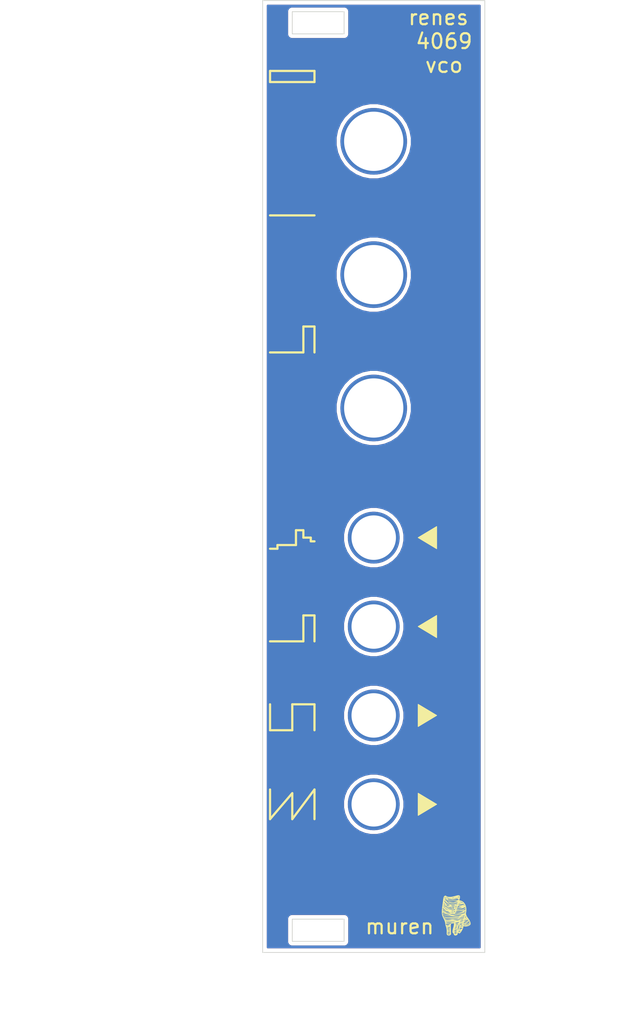
<source format=kicad_pcb>
(kicad_pcb (version 20171130) (host pcbnew 5.1.2)

  (general
    (thickness 1.6)
    (drawings 77)
    (tracks 7)
    (zones 0)
    (modules 1)
    (nets 1)
  )

  (page A4)
  (layers
    (0 F.Cu signal)
    (31 B.Cu signal)
    (32 B.Adhes user)
    (33 F.Adhes user)
    (34 B.Paste user)
    (35 F.Paste user)
    (36 B.SilkS user)
    (37 F.SilkS user)
    (38 B.Mask user)
    (39 F.Mask user)
    (40 Dwgs.User user)
    (41 Cmts.User user)
    (42 Eco1.User user)
    (43 Eco2.User user)
    (44 Edge.Cuts user)
    (45 Margin user)
    (46 B.CrtYd user)
    (47 F.CrtYd user)
    (48 B.Fab user)
    (49 F.Fab user)
  )

  (setup
    (last_trace_width 0.25)
    (user_trace_width 0.5)
    (trace_clearance 0.2)
    (zone_clearance 0.508)
    (zone_45_only no)
    (trace_min 0.2)
    (via_size 0.8)
    (via_drill 0.4)
    (via_min_size 0.4)
    (via_min_drill 0.3)
    (user_via 7 6)
    (user_via 9 8)
    (uvia_size 0.3)
    (uvia_drill 0.1)
    (uvias_allowed no)
    (uvia_min_size 0.2)
    (uvia_min_drill 0.1)
    (edge_width 0.1)
    (segment_width 0.2)
    (pcb_text_width 0.3)
    (pcb_text_size 1.5 1.5)
    (mod_edge_width 0.3)
    (mod_text_size 1 1)
    (mod_text_width 0.15)
    (pad_size 1.524 1.524)
    (pad_drill 0.762)
    (pad_to_mask_clearance 0)
    (aux_axis_origin 0 0)
    (visible_elements FFFFFF7F)
    (pcbplotparams
      (layerselection 0x010fc_ffffffff)
      (usegerberextensions false)
      (usegerberattributes false)
      (usegerberadvancedattributes false)
      (creategerberjobfile false)
      (excludeedgelayer true)
      (linewidth 0.100000)
      (plotframeref false)
      (viasonmask false)
      (mode 1)
      (useauxorigin false)
      (hpglpennumber 1)
      (hpglpenspeed 20)
      (hpglpendiameter 15.000000)
      (psnegative false)
      (psa4output false)
      (plotreference true)
      (plotvalue true)
      (plotinvisibletext false)
      (padsonsilk false)
      (subtractmaskfromsilk false)
      (outputformat 1)
      (mirror false)
      (drillshape 1)
      (scaleselection 1)
      (outputdirectory ""))
  )

  (net 0 "")

  (net_class Default "Dies ist die voreingestellte Netzklasse."
    (clearance 0.2)
    (trace_width 0.25)
    (via_dia 0.8)
    (via_drill 0.4)
    (uvia_dia 0.3)
    (uvia_drill 0.1)
  )

  (module fox_smallest (layer F.Cu) (tedit 0) (tstamp 5D1BB4EA)
    (at 138 151.5)
    (fp_text reference G*** (at 0 0) (layer F.SilkS) hide
      (effects (font (size 1.524 1.524) (thickness 0.3)))
    )
    (fp_text value LOGO (at 0.75 0) (layer F.SilkS) hide
      (effects (font (size 1.524 1.524) (thickness 0.3)))
    )
    (fp_poly (pts (xy 0.552554 -2.70282) (xy 0.60587 -2.663876) (xy 0.638977 -2.594897) (xy 0.647454 -2.487232)
      (xy 0.632376 -2.352442) (xy 0.594819 -2.202094) (xy 0.552033 -2.084847) (xy 0.550395 -2.055258)
      (xy 0.583146 -2.035575) (xy 0.66093 -2.019721) (xy 0.667923 -2.018659) (xy 0.868378 -1.960976)
      (xy 1.05054 -1.854137) (xy 1.208591 -1.704035) (xy 1.336716 -1.516561) (xy 1.429099 -1.297608)
      (xy 1.448724 -1.227667) (xy 1.496095 -0.99263) (xy 1.511854 -0.779636) (xy 1.497057 -0.564697)
      (xy 1.48209 -0.46867) (xy 1.460738 -0.333623) (xy 1.452944 -0.237599) (xy 1.458196 -0.164957)
      (xy 1.470557 -0.115892) (xy 1.575979 0.125592) (xy 1.736976 0.369525) (xy 1.76964 0.410973)
      (xy 1.879168 0.564897) (xy 1.96867 0.726333) (xy 2.034187 0.88461) (xy 2.071759 1.029055)
      (xy 2.077426 1.148995) (xy 2.064012 1.204405) (xy 1.997454 1.297008) (xy 1.887581 1.375132)
      (xy 1.746414 1.435428) (xy 1.585975 1.474543) (xy 1.418286 1.489129) (xy 1.255367 1.475833)
      (xy 1.168102 1.454125) (xy 1.131765 1.44831) (xy 1.110555 1.469091) (xy 1.096536 1.528525)
      (xy 1.090295 1.572331) (xy 1.063491 1.687435) (xy 1.01438 1.819999) (xy 0.948893 1.960107)
      (xy 0.872963 2.097845) (xy 0.792524 2.223298) (xy 0.713506 2.326549) (xy 0.641843 2.397683)
      (xy 0.583468 2.426787) (xy 0.578927 2.427005) (xy 0.517253 2.412594) (xy 0.441345 2.377476)
      (xy 0.431881 2.371883) (xy 0.341651 2.316867) (xy 0.333103 2.448663) (xy 0.321521 2.536566)
      (xy 0.292572 2.592766) (xy 0.233176 2.641844) (xy 0.228659 2.644897) (xy 0.113199 2.698812)
      (xy 0.001212 2.709018) (xy -0.094507 2.67586) (xy -0.139063 2.634971) (xy -0.180426 2.562514)
      (xy -0.187386 2.534333) (xy -0.084667 2.534333) (xy -0.059792 2.545172) (xy 0.002957 2.547281)
      (xy 0.085764 2.541135) (xy 0.169333 2.527536) (xy 0.168343 2.521992) (xy 0.12165 2.517275)
      (xy 0.0635 2.515051) (xy -0.019256 2.517095) (xy -0.073035 2.525853) (xy -0.084667 2.534333)
      (xy -0.187386 2.534333) (xy -0.197556 2.493162) (xy -0.22102 2.42815) (xy -0.266593 2.399466)
      (xy -0.283742 2.384932) (xy -0.112889 2.384932) (xy -0.090632 2.429129) (xy -0.077611 2.437278)
      (xy -0.029329 2.442332) (xy 0.048814 2.438247) (xy 0.131474 2.427643) (xy 0.193307 2.413145)
      (xy 0.204611 2.408079) (xy 0.22492 2.37212) (xy 0.225829 2.361945) (xy 0.203402 2.342368)
      (xy 0.133113 2.335575) (xy 0.056496 2.337895) (xy -0.049453 2.349009) (xy -0.103549 2.368077)
      (xy -0.112889 2.384932) (xy -0.283742 2.384932) (xy -0.329099 2.346493) (xy -0.360753 2.247995)
      (xy -0.360777 2.243666) (xy -0.254 2.243666) (xy -0.239889 2.257778) (xy -0.225778 2.243666)
      (xy -0.235597 2.233847) (xy -0.112246 2.233847) (xy -0.087195 2.256734) (xy -0.08385 2.25888)
      (xy -0.01528 2.283157) (xy 0.072839 2.274427) (xy 0.136899 2.255017) (xy 0.205963 2.225161)
      (xy 0.220779 2.20399) (xy 0.183073 2.192904) (xy 0.094571 2.193303) (xy 0.0635 2.195457)
      (xy -0.043162 2.205905) (xy -0.099656 2.217803) (xy -0.112246 2.233847) (xy -0.235597 2.233847)
      (xy -0.239889 2.229555) (xy -0.254 2.243666) (xy -0.360777 2.243666) (xy -0.361095 2.187222)
      (xy 0.423333 2.187222) (xy 0.442369 2.216938) (xy 0.505146 2.228928) (xy 0.533914 2.229555)
      (xy 0.61752 2.225323) (xy 0.681554 2.214892) (xy 0.689136 2.212425) (xy 0.73212 2.186499)
      (xy 0.723397 2.164684) (xy 0.667689 2.149864) (xy 0.578555 2.144889) (xy 0.484947 2.148689)
      (xy 0.436754 2.162025) (xy 0.423333 2.187222) (xy -0.361095 2.187222) (xy -0.361496 2.116206)
      (xy -0.267827 2.116206) (xy -0.261695 2.140749) (xy -0.241555 2.144889) (xy -0.20285 2.138344)
      (xy -0.197556 2.132443) (xy -0.218236 2.1061) (xy -0.255448 2.105513) (xy -0.267827 2.116206)
      (xy -0.361496 2.116206) (xy -0.361556 2.10571) (xy -0.355293 2.067278) (xy -0.112826 2.067278)
      (xy -0.101465 2.098891) (xy -0.05846 2.113578) (xy 0.011803 2.116666) (xy 0.099144 2.112922)
      (xy 0.167188 2.103552) (xy 0.181136 2.099536) (xy 0.210855 2.074333) (xy 0.337529 2.074333)
      (xy 0.359504 2.016223) (xy 0.479778 2.016223) (xy 0.493071 2.043696) (xy 0.54077 2.055886)
      (xy 0.613833 2.056976) (xy 0.691497 2.054551) (xy 0.716406 2.050743) (xy 0.692243 2.043108)
      (xy 0.648152 2.034188) (xy 0.571552 2.015334) (xy 0.517459 1.995353) (xy 0.514097 1.993435)
      (xy 0.484749 1.993892) (xy 0.479778 2.016223) (xy 0.359504 2.016223) (xy 0.404031 1.898475)
      (xy 0.538095 1.898475) (xy 0.565261 1.920213) (xy 0.640691 1.942276) (xy 0.737817 1.938827)
      (xy 0.804333 1.920805) (xy 0.822594 1.906621) (xy 0.793123 1.895619) (xy 0.71168 1.886294)
      (xy 0.705555 1.885796) (xy 0.599736 1.879743) (xy 0.545352 1.883617) (xy 0.538095 1.898475)
      (xy 0.404031 1.898475) (xy 0.4368 1.811824) (xy 0.459923 1.745217) (xy 0.567105 1.745217)
      (xy 0.580129 1.780547) (xy 0.619677 1.798796) (xy 0.697403 1.805538) (xy 0.796126 1.800264)
      (xy 0.868861 1.789083) (xy 0.93404 1.762138) (xy 0.967405 1.722806) (xy 0.967948 1.696859)
      (xy 0.945139 1.682382) (xy 0.887923 1.676533) (xy 0.787018 1.676445) (xy 0.661758 1.685163)
      (xy 0.589216 1.707703) (xy 0.567105 1.745217) (xy 0.459923 1.745217) (xy 0.48283 1.679234)
      (xy 0.510823 1.584358) (xy 0.620889 1.584358) (xy 0.645063 1.602638) (xy 0.691444 1.608666)
      (xy 0.744548 1.604951) (xy 0.762 1.597845) (xy 0.73803 1.585153) (xy 0.691444 1.573537)
      (xy 0.639002 1.571602) (xy 0.620889 1.584358) (xy 0.510823 1.584358) (xy 0.521853 1.546977)
      (xy 0.541478 1.463423) (xy 0.658621 1.463423) (xy 0.679127 1.479987) (xy 0.736724 1.488317)
      (xy 0.825094 1.483444) (xy 0.827495 1.48313) (xy 0.913812 1.469656) (xy 0.976132 1.456225)
      (xy 0.993212 1.450086) (xy 1.017964 1.419646) (xy 1.00408 1.405847) (xy 1.555899 1.405847)
      (xy 1.568361 1.409206) (xy 1.629748 1.401428) (xy 1.716705 1.379577) (xy 1.756008 1.367097)
      (xy 1.84531 1.328367) (xy 1.918386 1.282564) (xy 1.937425 1.265202) (xy 1.964817 1.232704)
      (xy 1.959779 1.22768) (xy 1.915971 1.250916) (xy 1.879147 1.272435) (xy 1.778029 1.322336)
      (xy 1.665149 1.364833) (xy 1.639258 1.372425) (xy 1.576759 1.392345) (xy 1.555899 1.405847)
      (xy 1.00408 1.405847) (xy 0.996576 1.39839) (xy 0.939342 1.396376) (xy 0.938389 1.396524)
      (xy 0.856109 1.409463) (xy 0.761045 1.424387) (xy 0.75416 1.425466) (xy 0.681526 1.443593)
      (xy 0.658621 1.463423) (xy 0.541478 1.463423) (xy 0.547868 1.436223) (xy 0.553697 1.399338)
      (xy 0.556947 1.326778) (xy 0.677333 1.326778) (xy 0.701403 1.339987) (xy 0.761012 1.340581)
      (xy 0.837257 1.33085) (xy 0.911237 1.313087) (xy 0.959555 1.292568) (xy 0.971243 1.27745)
      (xy 0.93045 1.278573) (xy 0.906639 1.282232) (xy 0.818774 1.293614) (xy 0.744361 1.298222)
      (xy 0.693036 1.308463) (xy 0.677333 1.326778) (xy 0.556947 1.326778) (xy 0.557695 1.3101)
      (xy 0.55192 1.268878) (xy 1.100666 1.268878) (xy 1.125853 1.304022) (xy 1.193801 1.324049)
      (xy 1.293095 1.329677) (xy 1.412318 1.321625) (xy 1.540056 1.300611) (xy 1.664892 1.267353)
      (xy 1.766466 1.226995) (xy 1.865891 1.171651) (xy 1.944008 1.114792) (xy 1.99129 1.064713)
      (xy 1.998209 1.029708) (xy 1.996068 1.027105) (xy 1.966443 1.033247) (xy 1.909567 1.067555)
      (xy 1.871593 1.095883) (xy 1.739838 1.173167) (xy 1.575811 1.229206) (xy 1.401492 1.258332)
      (xy 1.249434 1.256303) (xy 1.151507 1.249224) (xy 1.105234 1.259218) (xy 1.100666 1.268878)
      (xy 0.55192 1.268878) (xy 0.548977 1.247879) (xy 0.531829 1.220172) (xy 0.510532 1.234475)
      (xy 0.49123 1.290012) (xy 0.472031 1.361186) (xy 0.442494 1.459451) (xy 0.421108 1.526423)
      (xy 0.390622 1.642787) (xy 0.365264 1.780639) (xy 0.353469 1.879201) (xy 0.337529 2.074333)
      (xy 0.210855 2.074333) (xy 0.220021 2.06656) (xy 0.225778 2.047027) (xy 0.204095 2.025577)
      (xy 0.135608 2.015532) (xy 0.056507 2.014769) (xy -0.039421 2.019173) (xy -0.091202 2.030412)
      (xy -0.111053 2.052272) (xy -0.112826 2.067278) (xy -0.355293 2.067278) (xy -0.340071 1.97389)
      (xy -0.254 1.97389) (xy -0.233513 2.002629) (xy -0.225778 2.003778) (xy -0.19829 1.994149)
      (xy -0.197556 1.991332) (xy -0.217332 1.967237) (xy -0.225778 1.961444) (xy -0.251784 1.963682)
      (xy -0.254 1.97389) (xy -0.340071 1.97389) (xy -0.331511 1.921379) (xy -0.323955 1.893501)
      (xy -0.084667 1.893501) (xy -0.059841 1.908861) (xy 0.00204 1.917031) (xy 0.08208 1.918271)
      (xy 0.161385 1.912842) (xy 0.221057 1.901005) (xy 0.241049 1.889011) (xy 0.252078 1.856758)
      (xy 0.24977 1.852334) (xy 0.212675 1.847397) (xy 0.143162 1.850482) (xy 0.060073 1.859272)
      (xy -0.017755 1.871448) (xy -0.071482 1.88469) (xy -0.084667 1.893501) (xy -0.323955 1.893501)
      (xy -0.315596 1.862666) (xy -0.225778 1.862666) (xy -0.215452 1.885896) (xy -0.206963 1.881481)
      (xy -0.203586 1.847988) (xy -0.206963 1.843852) (xy -0.223741 1.847726) (xy -0.225778 1.862666)
      (xy -0.315596 1.862666) (xy -0.280213 1.732139) (xy -0.056445 1.732139) (xy -0.045971 1.762654)
      (xy -0.008133 1.774295) (xy 0.06669 1.767937) (xy 0.155222 1.751397) (xy 0.217112 1.73663)
      (xy 0.225594 1.728195) (xy 0.194028 1.724801) (xy 0.110036 1.716575) (xy 0.03175 1.703916)
      (xy -0.030764 1.697511) (xy -0.054601 1.715887) (xy -0.056445 1.732139) (xy -0.280213 1.732139)
      (xy -0.270617 1.696743) (xy -0.266113 1.682431) (xy -0.237842 1.579369) (xy -0.028222 1.579369)
      (xy -0.005179 1.612006) (xy 0.066113 1.627716) (xy 0.169333 1.628265) (xy 0.244349 1.619448)
      (xy 0.281311 1.603276) (xy 0.282222 1.594774) (xy 0.249897 1.578298) (xy 0.184445 1.566619)
      (xy 0.105098 1.560692) (xy 0.03109 1.56147) (xy -0.018347 1.569909) (xy -0.028222 1.579369)
      (xy -0.237842 1.579369) (xy -0.22822 1.544295) (xy -0.214905 1.481666) (xy -0.112889 1.481666)
      (xy -0.098778 1.495778) (xy -0.084667 1.481666) (xy -0.098778 1.467555) (xy -0.112889 1.481666)
      (xy -0.214905 1.481666) (xy -0.202782 1.424645) (xy 0.008396 1.424645) (xy 0.014111 1.432918)
      (xy 0.092492 1.476401) (xy 0.198961 1.484559) (xy 0.282222 1.467555) (xy 0.352778 1.444959)
      (xy 0.282222 1.441836) (xy 0.207083 1.435365) (xy 0.113904 1.423513) (xy 0.098778 1.421236)
      (xy 0.02769 1.414476) (xy 0.008396 1.424645) (xy -0.202782 1.424645) (xy -0.196626 1.395694)
      (xy -0.18853 1.340555) (xy -0.112889 1.340555) (xy -0.098778 1.354666) (xy -0.084667 1.340555)
      (xy -0.098778 1.326444) (xy -0.112889 1.340555) (xy -0.18853 1.340555) (xy -0.181024 1.289436)
      (xy 0.03118 1.289436) (xy 0.045036 1.303857) (xy 0.087625 1.324049) (xy 0.162594 1.343483)
      (xy 0.249329 1.351822) (xy 0.327052 1.348716) (xy 0.374985 1.333816) (xy 0.379447 1.328957)
      (xy 0.36096 1.317019) (xy 0.303501 1.304544) (xy 0.224485 1.293508) (xy 0.141327 1.285887)
      (xy 0.071445 1.283658) (xy 0.032254 1.288797) (xy 0.03118 1.289436) (xy -0.181024 1.289436)
      (xy -0.177747 1.267128) (xy -0.176992 1.258796) (xy -0.168352 1.157111) (xy -0.080211 1.157111)
      (xy -0.075776 1.197176) (xy -0.065976 1.192389) (xy -0.063852 1.159463) (xy 0.056668 1.159463)
      (xy 0.071118 1.189162) (xy 0.121265 1.20628) (xy 0.215806 1.213143) (xy 0.258703 1.213555)
      (xy 0.355054 1.210245) (xy 0.406196 1.198403) (xy 0.423079 1.175165) (xy 0.423333 1.170474)
      (xy 0.413052 1.147063) (xy 0.402103 1.14373) (xy 0.596639 1.14373) (xy 0.602167 1.171853)
      (xy 0.621364 1.200017) (xy 0.681163 1.229044) (xy 0.7818 1.220638) (xy 0.910166 1.180145)
      (xy 0.975955 1.147644) (xy 0.988885 1.123298) (xy 0.970699 1.116246) (xy 1.100666 1.116246)
      (xy 1.119001 1.143682) (xy 1.179865 1.15457) (xy 1.220611 1.154883) (xy 1.283356 1.150809)
      (xy 1.294847 1.146754) (xy 1.369306 1.146754) (xy 1.394387 1.15243) (xy 1.41978 1.153837)
      (xy 1.497665 1.148861) (xy 1.594839 1.132442) (xy 1.623225 1.125832) (xy 1.724315 1.086207)
      (xy 1.825255 1.025414) (xy 1.851205 1.00486) (xy 1.914727 0.943185) (xy 1.939269 0.895976)
      (xy 1.934294 0.850043) (xy 1.913624 0.784918) (xy 1.838756 0.85325) (xy 1.764473 0.913598)
      (xy 1.668224 0.981964) (xy 1.565845 1.048198) (xy 1.473172 1.102149) (xy 1.406039 1.133667)
      (xy 1.397 1.136404) (xy 1.369306 1.146754) (xy 1.294847 1.146754) (xy 1.305409 1.143027)
      (xy 1.298222 1.138559) (xy 1.197017 1.105729) (xy 1.137889 1.090288) (xy 1.109644 1.090973)
      (xy 1.101085 1.10652) (xy 1.100666 1.116246) (xy 0.970699 1.116246) (xy 0.9522 1.109073)
      (xy 0.869145 1.106936) (xy 0.798217 1.112293) (xy 0.700969 1.123738) (xy 0.628521 1.135044)
      (xy 0.596639 1.14373) (xy 0.402103 1.14373) (xy 0.37473 1.135398) (xy 0.297149 1.133316)
      (xy 0.240112 1.135196) (xy 0.146706 1.141487) (xy 0.080621 1.150351) (xy 0.056668 1.159463)
      (xy -0.063852 1.159463) (xy -0.062248 1.134608) (xy -0.065976 1.121833) (xy -0.076277 1.118288)
      (xy -0.080211 1.157111) (xy -0.168352 1.157111) (xy -0.160452 1.064149) (xy -0.336132 1.084024)
      (xy -0.416984 1.091911) (xy -0.479598 1.099432) (xy -0.526138 1.113165) (xy -0.558769 1.139686)
      (xy -0.579655 1.185571) (xy -0.590963 1.257396) (xy -0.594856 1.361737) (xy -0.593498 1.505171)
      (xy -0.589056 1.694274) (xy -0.585603 1.841877) (xy -0.570302 2.545664) (xy -0.644984 2.628479)
      (xy -0.746362 2.704285) (xy -0.861072 2.728749) (xy -0.977979 2.700166) (xy -1.007144 2.68397)
      (xy -1.080124 2.629712) (xy -1.122692 2.570881) (xy -1.007994 2.570881) (xy -1.005779 2.582781)
      (xy -0.975328 2.608461) (xy -0.911083 2.640128) (xy -0.835183 2.652092) (xy -0.771377 2.64266)
      (xy -0.747889 2.624666) (xy -0.758446 2.604134) (xy -0.809724 2.596059) (xy -0.898273 2.589787)
      (xy -0.959556 2.579853) (xy -1.007994 2.570881) (xy -1.122692 2.570881) (xy -1.123927 2.569175)
      (xy -1.1435 2.488181) (xy -1.143656 2.426118) (xy -1.072445 2.426118) (xy -1.04715 2.461455)
      (xy -0.9827 2.489474) (xy -0.896242 2.506823) (xy -0.804927 2.510148) (xy -0.725903 2.496097)
      (xy -0.721975 2.494647) (xy -0.679744 2.469798) (xy -0.689559 2.450555) (xy -0.747098 2.43964)
      (xy -0.811389 2.438366) (xy -0.906531 2.435279) (xy -0.987413 2.424141) (xy -1.008945 2.418153)
      (xy -1.060812 2.409873) (xy -1.072445 2.426118) (xy -1.143656 2.426118) (xy -1.143791 2.372554)
      (xy -1.139011 2.30617) (xy -1.138558 2.28831) (xy -1.045223 2.28831) (xy -1.020073 2.321276)
      (xy -0.980722 2.341565) (xy -0.914606 2.363475) (xy -0.853948 2.367029) (xy -0.769361 2.353791)
      (xy -0.765528 2.353028) (xy -0.696064 2.324741) (xy -0.677334 2.284442) (xy -0.684813 2.251894)
      (xy -0.717591 2.247237) (xy -0.768849 2.259742) (xy -0.864559 2.273397) (xy -0.952293 2.268742)
      (xy -1.021175 2.26707) (xy -1.045223 2.28831) (xy -1.138558 2.28831) (xy -1.135093 2.151936)
      (xy -1.025756 2.151936) (xy -0.991167 2.16394) (xy -0.920965 2.168002) (xy -0.835268 2.165096)
      (xy -0.754199 2.156197) (xy -0.697878 2.14228) (xy -0.686774 2.135514) (xy -0.675607 2.112686)
      (xy -0.704074 2.101712) (xy -0.777987 2.101721) (xy -0.867406 2.108473) (xy -0.961146 2.121166)
      (xy -1.016269 2.137548) (xy -1.025756 2.151936) (xy -1.135093 2.151936) (xy -1.134686 2.135949)
      (xy -1.144491 1.97905) (xy -1.044222 1.97905) (xy -1.019398 1.994073) (xy -0.957523 2.001925)
      (xy -0.87749 2.002918) (xy -0.798195 1.997363) (xy -0.738532 1.985572) (xy -0.718506 1.973678)
      (xy -0.707494 1.939955) (xy -0.709785 1.934891) (xy -0.744491 1.929692) (xy -0.812633 1.933015)
      (xy -0.895363 1.942371) (xy -0.973834 1.955271) (xy -1.029197 1.969227) (xy -1.044222 1.97905)
      (xy -1.144491 1.97905) (xy -1.14636 1.949148) (xy -1.163162 1.826335) (xy -1.072445 1.826335)
      (xy -1.062227 1.850857) (xy -1.023527 1.86092) (xy -0.94427 1.858871) (xy -0.916229 1.856701)
      (xy -0.823625 1.843944) (xy -0.752685 1.825011) (xy -0.727611 1.811344) (xy -0.707145 1.785618)
      (xy -0.715391 1.771367) (xy -0.76053 1.766696) (xy -0.850742 1.769711) (xy -0.896056 1.772326)
      (xy -0.997797 1.781944) (xy -1.053153 1.797295) (xy -1.072119 1.821439) (xy -1.072445 1.826335)
      (xy -1.163162 1.826335) (xy -1.171561 1.764953) (xy -1.192982 1.669007) (xy -1.100667 1.669007)
      (xy -1.07555 1.68274) (xy -1.012089 1.690636) (xy -0.928113 1.692343) (xy -0.841457 1.687509)
      (xy -0.769952 1.675783) (xy -0.769056 1.675545) (xy -0.716214 1.639204) (xy -0.705556 1.602355)
      (xy -0.717277 1.562125) (xy -0.754945 1.565419) (xy -0.810213 1.581907) (xy -0.896911 1.602808)
      (xy -0.9525 1.614668) (xy -1.034829 1.635473) (xy -1.088626 1.656989) (xy -1.100667 1.669007)
      (xy -1.192982 1.669007) (xy -1.207821 1.602546) (xy -1.23899 1.512726) (xy -1.102395 1.512726)
      (xy -1.063371 1.517179) (xy -1.044222 1.517452) (xy -0.992877 1.51451) (xy -0.986826 1.507184)
      (xy -0.994834 1.504545) (xy -1.066412 1.500156) (xy -1.093611 1.504545) (xy -1.102395 1.512726)
      (xy -1.23899 1.512726) (xy -1.242474 1.502689) (xy -1.24806 1.486209) (xy -0.891557 1.486209)
      (xy -0.874889 1.49181) (xy -0.814488 1.480983) (xy -0.776111 1.467555) (xy -0.745333 1.448902)
      (xy -0.762 1.4433) (xy -0.822402 1.454127) (xy -0.860778 1.467555) (xy -0.891557 1.486209)
      (xy -1.24806 1.486209) (xy -1.271993 1.41561) (xy -1.280062 1.382889) (xy -1.185334 1.382889)
      (xy -1.160751 1.402123) (xy -1.098579 1.409307) (xy -1.016182 1.405278) (xy -0.930923 1.390875)
      (xy -0.860778 1.367234) (xy -0.776111 1.325902) (xy -0.871361 1.340284) (xy -0.9678 1.350232)
      (xy -1.071108 1.354653) (xy -1.075972 1.354666) (xy -1.145349 1.361114) (xy -1.183056 1.377163)
      (xy -1.185334 1.382889) (xy -1.280062 1.382889) (xy -1.301457 1.296142) (xy -1.32512 1.168051)
      (xy -1.325783 1.163499) (xy -1.241778 1.163499) (xy -1.233843 1.225425) (xy -1.220611 1.25443)
      (xy -1.185077 1.262087) (xy -1.109782 1.264358) (xy -1.011063 1.262112) (xy -0.905257 1.256219)
      (xy -0.808699 1.247548) (xy -0.737727 1.236968) (xy -0.709846 1.227253) (xy -0.710362 1.20119)
      (xy -0.763191 1.177899) (xy -0.864221 1.158696) (xy -0.954928 1.148931) (xy -1.059278 1.137905)
      (xy -1.145885 1.124893) (xy -1.192389 1.113799) (xy -1.229675 1.111034) (xy -1.241553 1.151015)
      (xy -1.241778 1.163499) (xy -1.325783 1.163499) (xy -1.327765 1.149911) (xy -1.347528 1.024815)
      (xy -1.189653 1.024815) (xy -1.146567 1.039865) (xy -1.050441 1.05651) (xy -0.938532 1.070013)
      (xy -0.83191 1.081453) (xy -0.747503 1.090816) (xy -0.700683 1.09639) (xy -0.697099 1.096912)
      (xy -0.659057 1.087547) (xy -0.595442 1.059673) (xy -0.585408 1.054579) (xy -0.490434 1.024412)
      (xy -0.354636 1.007633) (xy -0.320171 1.006319) (xy 0.027704 1.006319) (xy 0.043046 1.049543)
      (xy 0.049389 1.056449) (xy 0.091414 1.067516) (xy 0.16897 1.065657) (xy 0.263337 1.053538)
      (xy 0.355797 1.033826) (xy 0.365682 1.030436) (xy 0.608747 1.030436) (xy 0.63925 1.03488)
      (xy 0.691444 1.03615) (xy 0.758374 1.034357) (xy 0.782838 1.029326) (xy 0.769443 1.024355)
      (xy 0.692018 1.019273) (xy 0.628332 1.02397) (xy 0.608747 1.030436) (xy 0.365682 1.030436)
      (xy 0.425942 1.00977) (xy 0.875015 1.00977) (xy 0.896053 1.015089) (xy 0.903111 1.015135)
      (xy 0.963517 1.000367) (xy 0.987778 0.987778) (xy 1.015873 0.965785) (xy 0.994835 0.960466)
      (xy 0.987778 0.96042) (xy 0.927371 0.975188) (xy 0.903111 0.987778) (xy 0.875015 1.00977)
      (xy 0.425942 1.00977) (xy 0.427634 1.00919) (xy 0.443939 1.000228) (xy 0.491793 0.955249)
      (xy 0.495877 0.945816) (xy 1.128889 0.945816) (xy 1.154711 0.995701) (xy 1.224092 1.030263)
      (xy 1.32219 1.043364) (xy 1.418389 1.023604) (xy 1.542727 0.965336) (xy 1.584913 0.940404)
      (xy 1.679959 0.875285) (xy 1.762102 0.807743) (xy 1.809811 0.756959) (xy 1.842246 0.700785)
      (xy 1.838849 0.679672) (xy 1.80695 0.692303) (xy 1.753878 0.737365) (xy 1.720521 0.772977)
      (xy 1.628921 0.857327) (xy 1.528671 0.918233) (xy 1.436229 0.946941) (xy 1.395333 0.94597)
      (xy 1.259437 0.922651) (xy 1.173136 0.918412) (xy 1.132904 0.933249) (xy 1.128889 0.945816)
      (xy 0.495877 0.945816) (xy 0.508 0.917823) (xy 0.505277 0.909007) (xy 0.620889 0.909007)
      (xy 0.645417 0.919062) (xy 0.707981 0.917104) (xy 0.792047 0.905559) (xy 0.881085 0.886847)
      (xy 0.958561 0.863394) (xy 0.973666 0.857299) (xy 1.020499 0.832859) (xy 1.023502 0.82635)
      (xy 1.202114 0.82635) (xy 1.248579 0.838626) (xy 1.348325 0.844148) (xy 1.363605 0.844438)
      (xy 1.472485 0.835771) (xy 1.558726 0.799281) (xy 1.594337 0.774364) (xy 1.667531 0.709581)
      (xy 1.727211 0.640972) (xy 1.763685 0.581591) (xy 1.767263 0.544493) (xy 1.766032 0.543069)
      (xy 1.736716 0.548661) (xy 1.687877 0.584588) (xy 1.684072 0.58811) (xy 1.627321 0.625808)
      (xy 1.534005 0.671938) (xy 1.421466 0.718186) (xy 1.385949 0.73105) (xy 1.270445 0.774358)
      (xy 1.209285 0.805526) (xy 1.202114 0.82635) (xy 1.023502 0.82635) (xy 1.026416 0.820036)
      (xy 1.022314 0.819549) (xy 0.963992 0.824123) (xy 0.880121 0.837831) (xy 0.787303 0.856975)
      (xy 0.702142 0.877854) (xy 0.641239 0.896769) (xy 0.620889 0.909007) (xy 0.505277 0.909007)
      (xy 0.500954 0.895017) (xy 0.470748 0.893785) (xy 0.403783 0.914191) (xy 0.39186 0.918369)
      (xy 0.283444 0.946742) (xy 0.168245 0.963128) (xy 0.151971 0.964026) (xy 0.064833 0.977074)
      (xy 0.027704 1.006319) (xy -0.320171 1.006319) (xy -0.290584 1.005191) (xy -0.190971 1.000432)
      (xy -0.117876 0.990919) (xy -0.085304 0.978584) (xy -0.084774 0.976785) (xy -0.111295 0.968234)
      (xy -0.184857 0.965155) (xy -0.296318 0.96762) (xy -0.416278 0.974278) (xy -0.579535 0.984064)
      (xy -0.752601 0.992254) (xy -0.910513 0.997759) (xy -0.992867 0.999381) (xy -1.113583 1.003559)
      (xy -1.178919 1.012376) (xy -1.189653 1.024815) (xy -1.347528 1.024815) (xy -1.35131 1.000881)
      (xy -1.379061 0.875339) (xy -1.386445 0.85199) (xy -1.29175 0.85199) (xy -1.288985 0.865855)
      (xy -1.2827 0.872499) (xy -1.21172 0.908049) (xy -1.092194 0.923863) (xy -0.922793 0.919967)
      (xy -0.702188 0.896388) (xy -0.628799 0.885925) (xy -0.482328 0.867871) (xy -0.335978 0.856268)
      (xy -0.211058 0.852522) (xy -0.155222 0.854634) (xy 0.014111 0.868751) (xy -0.098778 0.826649)
      (xy -0.154293 0.809483) (xy -0.215729 0.800066) (xy -0.295252 0.79818) (xy -0.405029 0.803609)
      (xy -0.557228 0.816133) (xy -0.57859 0.818072) (xy -0.731539 0.830649) (xy -0.877993 0.840222)
      (xy -1.001495 0.845866) (xy -1.08559 0.846658) (xy -1.08659 0.846624) (xy -1.199455 0.843549)
      (xy -1.264874 0.844946) (xy -1.29175 0.85199) (xy -1.386445 0.85199) (xy -1.409943 0.777696)
      (xy 0.09052 0.777696) (xy 0.124442 0.782373) (xy 0.155222 0.783105) (xy 0.213306 0.780833)
      (xy 0.228297 0.774438) (xy 0.219051 0.770831) (xy 0.151277 0.765574) (xy 0.106162 0.770261)
      (xy 0.09052 0.777696) (xy -1.409943 0.777696) (xy -1.416555 0.756794) (xy -1.420225 0.747889)
      (xy -1.326445 0.747889) (xy -1.312334 0.762) (xy -1.305586 0.755252) (xy -0.862649 0.755252)
      (xy -0.834908 0.759772) (xy -0.798303 0.754583) (xy -0.797866 0.744949) (xy -0.807756 0.743185)
      (xy -0.018815 0.743185) (xy -0.014941 0.759963) (xy 0 0.762) (xy 0.011745 0.756779)
      (xy 0.655517 0.756779) (xy 0.660205 0.77904) (xy 0.702662 0.781535) (xy 0.751981 0.773996)
      (xy 0.842142 0.754273) (xy 0.919298 0.732247) (xy 0.926646 0.729626) (xy 0.988087 0.717298)
      (xy 1.021523 0.72308) (xy 1.058966 0.719124) (xy 1.075167 0.702115) (xy 1.088441 0.672562)
      (xy 1.195337 0.672562) (xy 1.231388 0.676961) (xy 1.29662 0.667293) (xy 1.378647 0.644812)
      (xy 1.417595 0.630904) (xy 1.519042 0.58748) (xy 1.57075 0.556531) (xy 1.572489 0.541141)
      (xy 1.524029 0.544391) (xy 1.425139 0.569364) (xy 1.422128 0.57026) (xy 1.322332 0.602247)
      (xy 1.243487 0.63152) (xy 1.201816 0.652025) (xy 1.200855 0.652841) (xy 1.195337 0.672562)
      (xy 1.088441 0.672562) (xy 1.098799 0.649504) (xy 1.080632 0.633599) (xy 1.053842 0.640628)
      (xy 1.001729 0.655149) (xy 0.915129 0.674205) (xy 0.837435 0.689131) (xy 0.745862 0.710935)
      (xy 0.679511 0.736691) (xy 0.655517 0.756779) (xy 0.011745 0.756779) (xy 0.02323 0.751674)
      (xy 0.018815 0.743185) (xy -0.014679 0.739807) (xy -0.018815 0.743185) (xy -0.807756 0.743185)
      (xy -0.835638 0.738212) (xy -0.851959 0.742721) (xy -0.862649 0.755252) (xy -1.305586 0.755252)
      (xy -1.298222 0.747889) (xy -1.312334 0.733778) (xy -1.326445 0.747889) (xy -1.420225 0.747889)
      (xy -1.428822 0.72703) (xy -0.128871 0.72703) (xy -0.10113 0.731549) (xy -0.064525 0.726361)
      (xy -0.064088 0.716727) (xy -0.101861 0.709989) (xy -0.118181 0.714499) (xy -0.128871 0.72703)
      (xy -1.428822 0.72703) (xy -1.469326 0.62876) (xy -1.483456 0.599184) (xy -1.382843 0.599184)
      (xy -1.356134 0.626913) (xy -1.280254 0.645687) (xy -1.161789 0.655327) (xy -1.007328 0.655651)
      (xy -0.823456 0.646479) (xy -0.616761 0.62763) (xy -0.564445 0.621641) (xy -0.376725 0.610605)
      (xy -0.196677 0.619893) (xy -0.169334 0.623519) (xy 0.005674 0.64881) (xy 0.137124 0.664859)
      (xy 0.237282 0.670797) (xy 0.31841 0.665754) (xy 0.392772 0.648863) (xy 0.472631 0.619254)
      (xy 0.519759 0.5984) (xy 0.744345 0.5984) (xy 0.755383 0.611532) (xy 0.805203 0.609763)
      (xy 0.878983 0.595873) (xy 0.961899 0.572643) (xy 1.038176 0.543292) (xy 1.086313 0.517407)
      (xy 1.251185 0.517407) (xy 1.255059 0.534185) (xy 1.27 0.536222) (xy 1.29323 0.525896)
      (xy 1.288815 0.517407) (xy 1.255321 0.514029) (xy 1.251185 0.517407) (xy 1.086313 0.517407)
      (xy 1.095339 0.512554) (xy 1.115618 0.493889) (xy 1.636889 0.493889) (xy 1.651 0.508)
      (xy 1.665111 0.493889) (xy 1.651 0.479778) (xy 1.636889 0.493889) (xy 1.115618 0.493889)
      (xy 1.119129 0.490658) (xy 1.118319 0.488023) (xy 1.085337 0.487531) (xy 1.017099 0.501535)
      (xy 0.931243 0.524827) (xy 0.845409 0.552203) (xy 0.777234 0.578456) (xy 0.744358 0.59838)
      (xy 0.744345 0.5984) (xy 0.519759 0.5984) (xy 0.57025 0.576058) (xy 0.583107 0.570208)
      (xy 0.716682 0.512638) (xy 0.809215 0.47626) (xy 1.421379 0.47626) (xy 1.452564 0.47125)
      (xy 1.529526 0.44279) (xy 1.543351 0.437074) (xy 1.603916 0.406792) (xy 1.63072 0.383167)
      (xy 1.629774 0.378589) (xy 1.597648 0.380874) (xy 1.535339 0.405197) (xy 1.505496 0.420045)
      (xy 1.43826 0.458848) (xy 1.421379 0.47626) (xy 0.809215 0.47626) (xy 0.855423 0.458094)
      (xy 0.975478 0.415804) (xy 1.008245 0.405728) (xy 1.034609 0.396759) (xy 1.311315 0.396759)
      (xy 1.323446 0.405305) (xy 1.372916 0.39425) (xy 1.381974 0.391201) (xy 1.446168 0.363358)
      (xy 1.482333 0.337561) (xy 1.482685 0.337019) (xy 1.470554 0.328473) (xy 1.421083 0.339528)
      (xy 1.412025 0.342577) (xy 1.347832 0.37042) (xy 1.311666 0.396216) (xy 1.311315 0.396759)
      (xy 1.034609 0.396759) (xy 1.100975 0.374182) (xy 1.169684 0.342093) (xy 1.19786 0.318508)
      (xy 1.191849 0.287471) (xy 1.141539 0.284792) (xy 1.050903 0.309577) (xy 0.923916 0.360934)
      (xy 0.845174 0.397682) (xy 0.606574 0.499813) (xy 0.381905 0.569763) (xy 0.180006 0.605383)
      (xy 0.00972 0.604524) (xy 0 0.603161) (xy -0.073438 0.596075) (xy -0.184959 0.590221)
      (xy -0.325343 0.585625) (xy -0.485371 0.582314) (xy -0.655822 0.580315) (xy -0.827477 0.579653)
      (xy -0.991115 0.580356) (xy -1.137516 0.58245) (xy -1.257459 0.585962) (xy -1.341726 0.590917)
      (xy -1.381096 0.597343) (xy -1.382843 0.599184) (xy -1.483456 0.599184) (xy -1.54291 0.474745)
      (xy -1.574749 0.411412) (xy -1.483979 0.411412) (xy -1.468813 0.432095) (xy -1.409158 0.459819)
      (xy -1.308032 0.490972) (xy -1.294521 0.494449) (xy -1.224694 0.509214) (xy -1.148261 0.518267)
      (xy -1.055924 0.521559) (xy -0.938382 0.519044) (xy -0.786334 0.510675) (xy -0.590481 0.496404)
      (xy -0.51585 0.490488) (xy -0.340125 0.486238) (xy -0.164583 0.498566) (xy -0.104906 0.50747)
      (xy 0.053238 0.52458) (xy 0.212556 0.516758) (xy 0.384464 0.481784) (xy 0.580379 0.417438)
      (xy 0.780271 0.335386) (xy 0.904627 0.282037) (xy 0.996546 0.244419) (xy 1.326444 0.244419)
      (xy 1.330255 0.273978) (xy 1.352129 0.278825) (xy 1.407728 0.260621) (xy 1.423385 0.254698)
      (xy 1.476775 0.220352) (xy 1.495778 0.184143) (xy 1.491724 0.150443) (xy 1.469676 0.145053)
      (xy 1.414797 0.166407) (xy 1.398328 0.173863) (xy 1.345656 0.210007) (xy 1.326444 0.244419)
      (xy 0.996546 0.244419) (xy 1.011503 0.238298) (xy 1.089609 0.208646) (xy 1.127659 0.197557)
      (xy 1.127849 0.197555) (xy 1.181825 0.184936) (xy 1.232136 0.156105) (xy 1.257945 0.1246)
      (xy 1.256536 0.113936) (xy 1.223753 0.1105) (xy 1.150927 0.126753) (xy 1.049252 0.158704)
      (xy 0.929921 0.20236) (xy 0.804127 0.253728) (xy 0.683064 0.308816) (xy 0.617727 0.341796)
      (xy 0.437444 0.437171) (xy -0.395111 0.42951) (xy -0.614027 0.426991) (xy -0.821231 0.423659)
      (xy -1.008107 0.419726) (xy -1.166037 0.415404) (xy -1.286403 0.410903) (xy -1.360587 0.406436)
      (xy -1.368778 0.405606) (xy -1.45164 0.401378) (xy -1.483979 0.411412) (xy -1.574749 0.411412)
      (xy -1.577553 0.405836) (xy -1.644563 0.26893) (xy -1.663974 0.224247) (xy -1.580445 0.224247)
      (xy -1.567089 0.25567) (xy -1.524635 0.281997) (xy -1.449504 0.303573) (xy -1.338116 0.320744)
      (xy -1.186892 0.333855) (xy -0.992254 0.343251) (xy -0.75062 0.349279) (xy -0.458413 0.352282)
      (xy -0.248456 0.352778) (xy -0.017817 0.352067) (xy 0.161904 0.349753) (xy 0.296219 0.345558)
      (xy 0.390637 0.339208) (xy 0.450671 0.330426) (xy 0.481831 0.318937) (xy 0.485322 0.316055)
      (xy 0.498687 0.295235) (xy 0.474751 0.290175) (xy 0.405112 0.299492) (xy 0.395111 0.301195)
      (xy 0.300185 0.313771) (xy 0.216961 0.318687) (xy 0.197555 0.318143) (xy 0.149455 0.316077)
      (xy 0.054126 0.313034) (xy -0.079227 0.309268) (xy -0.241402 0.305035) (xy -0.423196 0.300589)
      (xy -0.506114 0.298653) (xy -0.740364 0.29232) (xy -0.929659 0.284648) (xy -1.085484 0.27463)
      (xy -1.219328 0.261257) (xy -1.342677 0.243523) (xy -1.467018 0.22042) (xy -1.516945 0.210018)
      (xy -1.565787 0.209678) (xy -1.580445 0.224247) (xy -1.663974 0.224247) (xy -1.699447 0.142595)
      (xy -1.742495 0.020481) (xy -1.757512 -0.038749) (xy -1.655724 -0.038749) (xy -1.652078 0.000097)
      (xy -1.639789 0.034706) (xy -1.621955 0.068312) (xy -1.590977 0.093277) (xy -1.535692 0.114038)
      (xy -1.44494 0.135034) (xy -1.33561 0.155651) (xy -1.154285 0.181649) (xy -0.948116 0.197505)
      (xy -0.704089 0.204075) (xy -0.597785 0.204313) (xy -0.430737 0.205162) (xy -0.273077 0.208508)
      (xy -0.138089 0.213884) (xy -0.039056 0.220825) (xy -0.005118 0.225075) (xy 0.111419 0.242741)
      (xy 0.198154 0.248093) (xy 0.280513 0.240465) (xy 0.383926 0.219192) (xy 0.404693 0.214343)
      (xy 0.455821 0.19991) (xy 0.691444 0.19991) (xy 0.762 0.181449) (xy 0.82626 0.158038)
      (xy 0.859366 0.137939) (xy 0.872746 0.115989) (xy 0.847668 0.116947) (xy 0.796129 0.138414)
      (xy 0.762 0.157399) (xy 0.691444 0.19991) (xy 0.455821 0.19991) (xy 0.498894 0.187751)
      (xy 0.572237 0.159039) (xy 0.602249 0.140075) (xy 0.618088 0.115731) (xy 0.587739 0.121227)
      (xy 0.585326 0.122069) (xy 0.53223 0.135961) (xy 0.444042 0.154519) (xy 0.356042 0.170836)
      (xy 0.267765 0.183251) (xy 0.182697 0.186874) (xy 0.085475 0.180902) (xy -0.039267 0.164532)
      (xy -0.169321 0.14339) (xy -0.318612 0.120079) (xy -0.462767 0.101149) (xy -0.471777 0.100225)
      (xy 0.919283 0.100225) (xy 0.925027 0.106818) (xy 0.982144 0.093764) (xy 1.091528 0.06155)
      (xy 1.111805 0.05531) (xy 1.144322 0.043999) (xy 1.382889 0.043999) (xy 1.396571 0.07321)
      (xy 1.411111 0.070555) (xy 1.438257 0.034474) (xy 1.439333 0.026556) (xy 1.417807 0.00076)
      (xy 1.411111 0) (xy 1.386343 0.022972) (xy 1.382889 0.043999) (xy 1.144322 0.043999)
      (xy 1.204565 0.023044) (xy 1.271326 -0.007076) (xy 1.298175 -0.028731) (xy 1.298222 -0.029356)
      (xy 1.284228 -0.052486) (xy 1.23842 -0.04938) (xy 1.15506 -0.018711) (xy 1.058333 0.026146)
      (xy 0.964016 0.073497) (xy 0.919283 0.100225) (xy -0.471777 0.100225) (xy -0.584458 0.08867)
      (xy -0.660777 0.084666) (xy -0.761781 0.08044) (xy -0.897361 0.069044) (xy -1.052133 0.052402)
      (xy -1.210712 0.032438) (xy -1.344816 0.012949) (xy -0.334129 0.012949) (xy -0.315414 0.02166)
      (xy -0.248336 0.038591) (xy -0.239889 0.040501) (xy -0.026353 0.072989) (xy 0.200135 0.080986)
      (xy 0.417564 0.0648) (xy 0.590336 0.028916) (xy 0.694258 -0.006086) (xy 0.713466 -0.014111)
      (xy 0.903111 -0.014111) (xy 0.917222 0) (xy 0.931333 -0.014111) (xy 0.917222 -0.028222)
      (xy 0.903111 -0.014111) (xy 0.713466 -0.014111) (xy 0.782519 -0.04296) (xy 0.789671 -0.047037)
      (xy 0.968963 -0.047037) (xy 0.972837 -0.030259) (xy 0.987778 -0.028222) (xy 1.011008 -0.038549)
      (xy 1.006592 -0.047037) (xy 0.973099 -0.050415) (xy 0.968963 -0.047037) (xy 0.789671 -0.047037)
      (xy 0.833268 -0.071887) (xy 0.865879 -0.10085) (xy 0.85825 -0.109215) (xy 0.80337 -0.101407)
      (xy 0.790222 -0.09904) (xy 0.677323 -0.080929) (xy 0.534571 -0.061489) (xy 0.373748 -0.041941)
      (xy 0.206637 -0.023505) (xy 0.045019 -0.007402) (xy -0.099322 0.005149) (xy -0.214604 0.012927)
      (xy -0.289045 0.014712) (xy -0.301007 0.013968) (xy -0.334129 0.012949) (xy -1.344816 0.012949)
      (xy -1.357712 0.011075) (xy -1.477747 -0.009761) (xy -1.550353 -0.026576) (xy -1.624909 -0.04552)
      (xy -1.655724 -0.038749) (xy -1.757512 -0.038749) (xy -1.773995 -0.103761) (xy -1.794237 -0.236481)
      (xy -1.799109 -0.314011) (xy -1.725649 -0.314011) (xy -1.716547 -0.234891) (xy -1.706323 -0.190951)
      (xy -1.679441 -0.160611) (xy -1.623088 -0.135323) (xy -1.524455 -0.106537) (xy -1.524016 -0.106419)
      (xy -1.41728 -0.0835) (xy -1.275453 -0.060984) (xy -1.119827 -0.041967) (xy -1.016016 -0.032541)
      (xy -0.828886 -0.018875) (xy -0.695271 -0.01062) (xy -0.612467 -0.008196) (xy -0.577764 -0.012027)
      (xy -0.588457 -0.022534) (xy -0.641838 -0.040139) (xy -0.7352 -0.065265) (xy -0.762 -0.072141)
      (xy -0.919082 -0.109233) (xy -1.094962 -0.14618) (xy -1.154838 -0.157277) (xy -0.699533 -0.157277)
      (xy -0.679909 -0.146333) (xy -0.635409 -0.132285) (xy -0.606778 -0.124363) (xy -0.50248 -0.107195)
      (xy -0.354404 -0.098) (xy -0.174606 -0.096471) (xy 0.024859 -0.1023) (xy 0.231935 -0.115178)
      (xy 0.434566 -0.1348) (xy 0.58259 -0.154713) (xy 0.735859 -0.1818) (xy 0.894258 -0.215509)
      (xy 1.046427 -0.252793) (xy 1.18101 -0.290606) (xy 1.286646 -0.3259) (xy 1.351979 -0.355629)
      (xy 1.363166 -0.3641) (xy 1.383714 -0.399296) (xy 1.354852 -0.412356) (xy 1.279243 -0.402912)
      (xy 1.209012 -0.3853) (xy 1.112766 -0.358126) (xy 0.984294 -0.321746) (xy 0.845659 -0.282409)
      (xy 0.790222 -0.266656) (xy 0.692786 -0.240092) (xy 0.606345 -0.220341) (xy 0.519517 -0.206285)
      (xy 0.420921 -0.196804) (xy 0.299175 -0.19078) (xy 0.142897 -0.187093) (xy -0.042334 -0.18479)
      (xy -0.26667 -0.182333) (xy -0.439072 -0.179667) (xy -0.56405 -0.176312) (xy -0.646113 -0.171784)
      (xy -0.689771 -0.1656) (xy -0.699533 -0.157277) (xy -1.154838 -0.157277) (xy -1.256914 -0.176195)
      (xy -1.289339 -0.181498) (xy -1.415694 -0.204886) (xy -1.530681 -0.232211) (xy -1.615701 -0.258834)
      (xy -1.637108 -0.268224) (xy -1.725649 -0.314011) (xy -1.799109 -0.314011) (xy -1.80351 -0.384027)
      (xy -1.802942 -0.452272) (xy -1.721556 -0.452272) (xy -1.695717 -0.409945) (xy -1.625254 -0.36307)
      (xy -1.531323 -0.322561) (xy -1.461091 -0.302218) (xy -1.388092 -0.287867) (xy -1.328471 -0.281581)
      (xy -1.298378 -0.285436) (xy -1.300574 -0.292918) (xy -1.337422 -0.313961) (xy -1.406639 -0.344759)
      (xy -1.493382 -0.379692) (xy -1.56988 -0.408305) (xy -1.319705 -0.408305) (xy -1.286134 -0.384409)
      (xy -1.22302 -0.353833) (xy -1.157111 -0.328621) (xy -1.073093 -0.307326) (xy -0.970968 -0.292358)
      (xy -0.862954 -0.283903) (xy -0.761266 -0.282147) (xy -0.67812 -0.287277) (xy -0.625734 -0.299479)
      (xy -0.616323 -0.318939) (xy -0.617432 -0.32039) (xy -0.664446 -0.342745) (xy -0.762844 -0.361827)
      (xy -0.907615 -0.376694) (xy -0.923349 -0.377835) (xy -1.050321 -0.387945) (xy -1.162927 -0.399038)
      (xy -1.244498 -0.409376) (xy -1.269073 -0.413867) (xy -1.316447 -0.419973) (xy -1.319705 -0.408305)
      (xy -1.56988 -0.408305) (xy -1.582812 -0.413142) (xy -1.610219 -0.422488) (xy -0.59534 -0.422488)
      (xy -0.562547 -0.392831) (xy -0.550334 -0.382514) (xy -0.501182 -0.348519) (xy -0.436626 -0.312746)
      (xy -0.3697 -0.280913) (xy -0.313439 -0.258737) (xy -0.280875 -0.251936) (xy -0.284886 -0.266072)
      (xy -0.314302 -0.28428) (xy -0.379734 -0.320349) (xy -0.391144 -0.326379) (xy -0.009506 -0.326379)
      (xy -0.005334 -0.282318) (xy 0.008641 -0.270213) (xy 0.066971 -0.260438) (xy 0.167497 -0.260771)
      (xy 0.297144 -0.269872) (xy 0.442835 -0.2864) (xy 0.591497 -0.309015) (xy 0.730052 -0.336377)
      (xy 0.785562 -0.349865) (xy 0.900801 -0.3815) (xy 0.994661 -0.410107) (xy 1.054168 -0.431584)
      (xy 1.067784 -0.439107) (xy 1.057909 -0.447121) (xy 1.008745 -0.439414) (xy 1.001889 -0.437701)
      (xy 0.872067 -0.407212) (xy 0.752068 -0.386943) (xy 0.62367 -0.374953) (xy 0.468651 -0.3693)
      (xy 0.348741 -0.368118) (xy 0.197493 -0.366198) (xy 0.094249 -0.36106) (xy 0.030612 -0.351728)
      (xy -0.001814 -0.337223) (xy -0.009506 -0.326379) (xy -0.391144 -0.326379) (xy -0.465979 -0.365925)
      (xy -0.552128 -0.410033) (xy -0.593558 -0.428555) (xy -0.59534 -0.422488) (xy -1.610219 -0.422488)
      (xy -1.660086 -0.439493) (xy -1.710362 -0.453125) (xy -1.721556 -0.452272) (xy -1.802942 -0.452272)
      (xy -1.802125 -0.550334) (xy -1.665111 -0.550334) (xy -1.651 -0.536222) (xy -1.636889 -0.550334)
      (xy -1.651 -0.564445) (xy -1.665111 -0.550334) (xy -1.802125 -0.550334) (xy -1.802104 -0.55275)
      (xy -1.800553 -0.578556) (xy -1.721556 -0.578556) (xy -1.707445 -0.564445) (xy -1.693334 -0.578556)
      (xy -1.707445 -0.592667) (xy -1.721556 -0.578556) (xy -1.800553 -0.578556) (xy -1.792244 -0.716777)
      (xy -1.693334 -0.716777) (xy -1.666824 -0.663926) (xy -1.593874 -0.610584) (xy -1.484348 -0.560186)
      (xy -1.348114 -0.516168) (xy -1.195038 -0.481965) (xy -1.034986 -0.461013) (xy -0.945445 -0.456338)
      (xy -0.863199 -0.455584) (xy -0.829198 -0.461122) (xy -0.835258 -0.477918) (xy -0.865733 -0.504707)
      (xy -0.92063 -0.532246) (xy -0.543224 -0.532246) (xy -0.541474 -0.52844) (xy -0.490921 -0.486884)
      (xy -0.411458 -0.439321) (xy -0.324602 -0.396841) (xy -0.251867 -0.370536) (xy -0.22813 -0.366911)
      (xy -0.198993 -0.371877) (xy -0.199908 -0.376092) (xy -0.245821 -0.405039) (xy -0.314606 -0.441002)
      (xy -0.392501 -0.477842) (xy -0.444077 -0.50008) (xy -0.239889 -0.50008) (xy -0.169334 -0.478631)
      (xy -0.103409 -0.45972) (xy -0.069318 -0.458006) (xy -0.066716 -0.459767) (xy 0.084666 -0.459767)
      (xy 0.110661 -0.439362) (xy 0.181446 -0.428052) (xy 0.286222 -0.425142) (xy 0.414189 -0.429938)
      (xy 0.554549 -0.441747) (xy 0.647036 -0.453558) (xy 1.086555 -0.453558) (xy 1.199444 -0.470383)
      (xy 1.285016 -0.487545) (xy 1.352588 -0.508504) (xy 1.361722 -0.512708) (xy 1.399699 -0.544749)
      (xy 1.41171 -0.577467) (xy 1.390583 -0.590983) (xy 1.389944 -0.590935) (xy 1.354592 -0.578608)
      (xy 1.285995 -0.548703) (xy 1.227666 -0.52138) (xy 1.086555 -0.453558) (xy 0.647036 -0.453558)
      (xy 0.696503 -0.459875) (xy 0.829251 -0.483627) (xy 0.941994 -0.512309) (xy 0.952008 -0.515505)
      (xy 1.143 -0.577922) (xy 1.016 -0.587371) (xy 0.945374 -0.588485) (xy 0.838749 -0.585211)
      (xy 0.70831 -0.578461) (xy 0.56624 -0.569149) (xy 0.424725 -0.558188) (xy 0.295947 -0.546491)
      (xy 0.192092 -0.534973) (xy 0.125343 -0.524545) (xy 0.108399 -0.519337) (xy 0.087229 -0.481587)
      (xy 0.084666 -0.459767) (xy -0.066716 -0.459767) (xy -0.044789 -0.474605) (xy -0.033867 -0.485422)
      (xy -0.000928 -0.533402) (xy -0.014391 -0.559174) (xy -0.067807 -0.560351) (xy -0.154729 -0.534547)
      (xy -0.160441 -0.532262) (xy -0.239889 -0.50008) (xy -0.444077 -0.50008) (xy -0.465744 -0.509422)
      (xy -0.520572 -0.529602) (xy -0.543224 -0.532246) (xy -0.92063 -0.532246) (xy -0.934285 -0.539096)
      (xy -1.047684 -0.562562) (xy -1.145419 -0.572489) (xy -1.313116 -0.594699) (xy -1.454771 -0.637469)
      (xy -1.488472 -0.652649) (xy -0.522111 -0.652649) (xy -0.451556 -0.609547) (xy -0.358738 -0.569962)
      (xy -0.280773 -0.578281) (xy -0.254 -0.592667) (xy -0.236217 -0.61185) (xy -0.266796 -0.619902)
      (xy -0.296334 -0.620842) (xy -0.385307 -0.626893) (xy -0.451556 -0.637154) (xy -0.47364 -0.642004)
      (xy 0.144204 -0.642004) (xy 0.147977 -0.631987) (xy 0.166419 -0.626176) (xy 0.206547 -0.624633)
      (xy 0.275376 -0.627419) (xy 0.347808 -0.63239) (xy 1.257309 -0.63239) (xy 1.288451 -0.637838)
      (xy 1.335514 -0.661296) (xy 1.383069 -0.695976) (xy 1.402227 -0.715425) (xy 1.436354 -0.756736)
      (xy 1.432214 -0.757693) (xy 1.394777 -0.726722) (xy 1.340172 -0.689722) (xy 1.304721 -0.677334)
      (xy 1.26196 -0.65759) (xy 1.257515 -0.651743) (xy 1.257309 -0.63239) (xy 0.347808 -0.63239)
      (xy 0.379923 -0.634594) (xy 0.527204 -0.64622) (xy 0.708157 -0.661038) (xy 0.908896 -0.679257)
      (xy 1.06215 -0.698124) (xy 1.17685 -0.719998) (xy 1.261929 -0.747242) (xy 1.32632 -0.782216)
      (xy 1.378955 -0.827282) (xy 1.392775 -0.841999) (xy 1.431903 -0.899183) (xy 1.427416 -0.929082)
      (xy 1.386456 -0.929104) (xy 1.316167 -0.896657) (xy 1.28941 -0.879513) (xy 1.197605 -0.821674)
      (xy 1.109896 -0.77935) (xy 1.014048 -0.749627) (xy 0.897831 -0.729592) (xy 0.749009 -0.716329)
      (xy 0.566713 -0.707366) (xy 0.388726 -0.698635) (xy 0.262861 -0.68817) (xy 0.184806 -0.675443)
      (xy 0.15025 -0.659927) (xy 0.148083 -0.656167) (xy 0.144204 -0.642004) (xy -0.47364 -0.642004)
      (xy -0.522111 -0.652649) (xy -1.488472 -0.652649) (xy -1.52852 -0.670687) (xy -1.62718 -0.71463)
      (xy -1.681921 -0.727099) (xy -1.693334 -0.716777) (xy -1.792244 -0.716777) (xy -1.790307 -0.748998)
      (xy -1.776464 -0.894484) (xy -1.685569 -0.894484) (xy -1.680036 -0.876205) (xy -1.635483 -0.832934)
      (xy -1.557282 -0.77997) (xy -1.464246 -0.728437) (xy -1.375192 -0.689462) (xy -1.350731 -0.681494)
      (xy -1.267274 -0.659215) (xy -1.234123 -0.656659) (xy -1.2437 -0.667926) (xy -0.018815 -0.667926)
      (xy -0.014941 -0.651148) (xy 0 -0.649111) (xy 0.02323 -0.659437) (xy 0.018815 -0.667926)
      (xy -0.014679 -0.671304) (xy -0.018815 -0.667926) (xy -1.2437 -0.667926) (xy -1.250877 -0.676369)
      (xy -1.317138 -0.720889) (xy -1.342086 -0.736629) (xy -1.435607 -0.799644) (xy -1.52187 -0.864926)
      (xy -1.559464 -0.897309) (xy -1.619471 -0.943654) (xy -1.658805 -0.946621) (xy -1.668483 -0.939251)
      (xy -1.685569 -0.894484) (xy -1.776464 -0.894484) (xy -1.76841 -0.97912) (xy -1.755649 -1.08792)
      (xy -1.630821 -1.08792) (xy -1.627057 -1.058068) (xy -1.608667 -1.030111) (xy -1.573446 -1.000584)
      (xy -1.55829 -1.000525) (xy -1.562055 -1.030377) (xy -1.580445 -1.058334) (xy -1.615666 -1.087861)
      (xy -1.630821 -1.08792) (xy -1.755649 -1.08792) (xy -1.736847 -1.248222) (xy -1.636889 -1.248222)
      (xy -1.616468 -1.213387) (xy -1.562538 -1.15376) (xy -1.486096 -1.079264) (xy -1.398141 -0.99982)
      (xy -1.30967 -0.925351) (xy -1.231682 -0.865779) (xy -1.175175 -0.831027) (xy -1.173757 -0.830397)
      (xy -1.089334 -0.799807) (xy -1.032979 -0.791654) (xy -1.016 -0.803927) (xy -1.039266 -0.822335)
      (xy -1.100451 -0.857809) (xy -1.186637 -0.902889) (xy -1.192389 -0.905771) (xy -1.283576 -0.960783)
      (xy -1.095255 -0.960783) (xy -1.091868 -0.946951) (xy -1.034231 -0.923688) (xy -0.922656 -0.891809)
      (xy -0.91203 -0.889069) (xy -0.782866 -0.851254) (xy -0.643976 -0.803594) (xy -0.573616 -0.776214)
      (xy -0.438754 -0.733075) (xy -0.299768 -0.710139) (xy -0.17264 -0.708313) (xy -0.073354 -0.728503)
      (xy -0.040672 -0.745989) (xy -0.004674 -0.783358) (xy -0.011782 -0.804223) (xy 0.169333 -0.804223)
      (xy 0.195399 -0.785803) (xy 0.266185 -0.775027) (xy 0.370573 -0.771287) (xy 0.497444 -0.773973)
      (xy 0.635682 -0.782477) (xy 0.774168 -0.79619) (xy 0.901784 -0.814504) (xy 1.007412 -0.836809)
      (xy 1.058333 -0.852896) (xy 1.174614 -0.906237) (xy 1.275054 -0.967408) (xy 1.34801 -1.027976)
      (xy 1.381842 -1.07951) (xy 1.382889 -1.087992) (xy 1.381023 -1.116318) (xy 1.367547 -1.12458)
      (xy 1.330643 -1.110569) (xy 1.258491 -1.072074) (xy 1.238277 -1.06096) (xy 1.104611 -1.001305)
      (xy 0.934298 -0.945226) (xy 0.74712 -0.897604) (xy 0.562858 -0.863324) (xy 0.401295 -0.847269)
      (xy 0.370133 -0.846667) (xy 0.261856 -0.844257) (xy 0.1995 -0.835565) (xy 0.172689 -0.818399)
      (xy 0.169333 -0.804223) (xy -0.011782 -0.804223) (xy -0.016078 -0.816832) (xy -0.0205 -0.821522)
      (xy -0.056344 -0.840269) (xy -0.100179 -0.815686) (xy -0.107389 -0.809311) (xy -0.192258 -0.768553)
      (xy -0.309064 -0.763978) (xy -0.447211 -0.794662) (xy -0.578556 -0.850376) (xy -0.788673 -0.931065)
      (xy -0.938038 -0.956912) (xy -1.044083 -0.964375) (xy -1.095255 -0.960783) (xy -1.283576 -0.960783)
      (xy -1.314646 -0.979527) (xy -1.437491 -1.073741) (xy -1.502834 -1.135163) (xy -1.568655 -1.200861)
      (xy -1.616479 -1.241623) (xy -1.636744 -1.249385) (xy -1.636889 -1.248222) (xy -1.736847 -1.248222)
      (xy -1.7367 -1.249467) (xy -1.716981 -1.401035) (xy -1.608667 -1.401035) (xy -1.590545 -1.360267)
      (xy -1.54426 -1.295598) (xy -1.481937 -1.220759) (xy -1.415699 -1.149481) (xy -1.357671 -1.095496)
      (xy -1.319975 -1.072536) (xy -1.318549 -1.072445) (xy -1.315038 -1.090182) (xy -1.344426 -1.134329)
      (xy -1.358047 -1.150056) (xy -1.421018 -1.221098) (xy -1.494453 -1.306097) (xy -1.518549 -1.334482)
      (xy -1.569131 -1.387448) (xy -1.601827 -1.408273) (xy -1.608667 -1.401035) (xy -1.716981 -1.401035)
      (xy -1.695468 -1.566388) (xy -1.692615 -1.587481) (xy -1.603049 -1.587481) (xy -1.593619 -1.56192)
      (xy -1.550028 -1.499366) (xy -1.47219 -1.401869) (xy -1.430058 -1.351918) (xy -1.333836 -1.240212)
      (xy -1.263381 -1.164031) (xy -1.207703 -1.116061) (xy -1.155812 -1.088993) (xy -1.096719 -1.075514)
      (xy -1.019433 -1.068312) (xy -1.001889 -1.067058) (xy -0.836546 -1.037753) (xy -0.648487 -0.970034)
      (xy -0.606778 -0.951425) (xy -0.435277 -0.882484) (xy -0.29906 -0.850307) (xy -0.191692 -0.85364)
      (xy -0.157531 -0.863798) (xy -0.114807 -0.888623) (xy -0.122058 -0.906819) (xy -0.130301 -0.908044)
      (xy 0.040996 -0.908044) (xy 0.057317 -0.871649) (xy 0.084635 -0.86108) (xy 0.087624 -0.862606)
      (xy 0.110825 -0.901558) (xy 0.112889 -0.918888) (xy 0.095131 -0.956472) (xy 0.056266 -0.949116)
      (xy 0.048981 -0.942686) (xy 0.040996 -0.908044) (xy -0.130301 -0.908044) (xy -0.172873 -0.91437)
      (xy -0.232834 -0.910962) (xy -0.308251 -0.908033) (xy -0.373104 -0.923594) (xy -0.448684 -0.964662)
      (xy -0.4635 -0.974553) (xy 0.225778 -0.974553) (xy 0.251329 -0.948939) (xy 0.319476 -0.934302)
      (xy 0.417455 -0.930601) (xy 0.532501 -0.937793) (xy 0.651851 -0.955836) (xy 0.735711 -0.976229)
      (xy 0.824043 -1.004678) (xy 0.889808 -1.03058) (xy 0.91253 -1.043503) (xy 0.894806 -1.049887)
      (xy 0.8335 -1.053392) (xy 0.741383 -1.054308) (xy 0.631231 -1.052921) (xy 0.515814 -1.04952)
      (xy 0.407907 -1.044392) (xy 0.320281 -1.037824) (xy 0.265711 -1.030105) (xy 0.261055 -1.028831)
      (xy 0.22949 -0.994957) (xy 0.225778 -0.974553) (xy -0.4635 -0.974553) (xy -0.500264 -0.999096)
      (xy -0.598473 -1.060056) (xy -0.680403 -1.090951) (xy -0.770756 -1.100528) (xy -0.787031 -1.100667)
      (xy -0.973311 -1.122078) (xy -1.144644 -1.188924) (xy -1.164369 -1.202883) (xy -0.917222 -1.202883)
      (xy -0.762 -1.192671) (xy -0.648268 -1.176518) (xy -0.555589 -1.137716) (xy -0.479778 -1.085825)
      (xy -0.361114 -1.015334) (xy -0.252579 -0.988704) (xy -0.162661 -1.007228) (xy -0.128757 -1.032387)
      (xy -0.125062 -1.037791) (xy 0 -1.037791) (xy 0.020914 -1.024543) (xy 0.070477 -1.034226)
      (xy 0.128922 -1.060759) (xy 0.168325 -1.089585) (xy 0.190577 -1.121644) (xy 0.176709 -1.128889)
      (xy 0.121616 -1.116891) (xy 0.058942 -1.088789) (xy 0.011653 -1.056424) (xy 0 -1.037791)
      (xy -0.125062 -1.037791) (xy -0.096255 -1.079921) (xy -0.113092 -1.104698) (xy -0.176097 -1.104665)
      (xy -0.22472 -1.094502) (xy -0.299343 -1.080839) (xy -0.360484 -1.088776) (xy -0.43388 -1.12321)
      (xy -0.462743 -1.139794) (xy -0.486991 -1.151717) (xy 0.310444 -1.151717) (xy 0.333568 -1.132189)
      (xy 0.389515 -1.130309) (xy 0.458145 -1.144204) (xy 0.517811 -1.171) (xy 0.518288 -1.171222)
      (xy 0.790222 -1.171222) (xy 0.804333 -1.157111) (xy 0.818444 -1.171222) (xy 0.804333 -1.185334)
      (xy 0.790222 -1.171222) (xy 0.518288 -1.171222) (xy 0.57895 -1.199447) (xy 0.673329 -1.231084)
      (xy 0.763762 -1.254976) (xy 0.890202 -1.284111) (xy 1.27 -1.284111) (xy 1.284111 -1.27)
      (xy 1.298222 -1.284111) (xy 1.284111 -1.298222) (xy 1.27 -1.284111) (xy 0.890202 -1.284111)
      (xy 0.945444 -1.29684) (xy 0.665538 -1.287105) (xy 0.531463 -1.28074) (xy 0.44258 -1.271358)
      (xy 0.387642 -1.256795) (xy 0.355404 -1.234885) (xy 0.348038 -1.225958) (xy 0.318002 -1.175742)
      (xy 0.310444 -1.151717) (xy -0.486991 -1.151717) (xy -0.557129 -1.186203) (xy -0.649319 -1.206414)
      (xy -0.752915 -1.208219) (xy -0.917222 -1.202883) (xy -1.164369 -1.202883) (xy -1.205768 -1.23218)
      (xy -0.467178 -1.23218) (xy -0.460585 -1.215627) (xy -0.437445 -1.196575) (xy -0.358223 -1.167857)
      (xy -0.254277 -1.173573) (xy -0.204321 -1.190312) (xy 0.002532 -1.190312) (xy 0.011244 -1.165871)
      (xy 0.049389 -1.171832) (xy 0.118519 -1.195162) (xy 0.162278 -1.206364) (xy 0.211779 -1.226461)
      (xy 0.225778 -1.245068) (xy 0.202504 -1.264531) (xy 0.148013 -1.269342) (xy 0.085297 -1.260571)
      (xy 0.037349 -1.239289) (xy 0.033866 -1.236134) (xy 0.002532 -1.190312) (xy -0.204321 -1.190312)
      (xy -0.143193 -1.210794) (xy -0.064446 -1.258636) (xy 0.002901 -1.312946) (xy 0.013807 -1.326633)
      (xy 1.100296 -1.326633) (xy 1.130174 -1.330527) (xy 1.20626 -1.365045) (xy 1.21588 -1.36998)
      (xy 1.268019 -1.406104) (xy 1.284806 -1.437214) (xy 1.283532 -1.44027) (xy 1.252848 -1.442931)
      (xy 1.197764 -1.415315) (xy 1.183831 -1.405539) (xy 1.117793 -1.352068) (xy 1.100296 -1.326633)
      (xy 0.013807 -1.326633) (xy 0.022533 -1.337583) (xy -0.006125 -1.333367) (xy -0.083646 -1.301114)
      (xy -0.091722 -1.297462) (xy -0.197139 -1.263269) (xy -0.316239 -1.243386) (xy -0.352778 -1.2415)
      (xy -0.434025 -1.239327) (xy -0.467178 -1.23218) (xy -1.205768 -1.23218) (xy -1.308841 -1.305121)
      (xy -1.427203 -1.42173) (xy -1.519757 -1.519435) (xy -1.5784 -1.574002) (xy -1.603049 -1.587481)
      (xy -1.692615 -1.587481) (xy -1.674509 -1.721307) (xy -1.561602 -1.721307) (xy -1.55116 -1.696088)
      (xy -1.513825 -1.642496) (xy -1.460578 -1.574006) (xy -1.402401 -1.504094) (xy -1.350278 -1.446235)
      (xy -1.31519 -1.413906) (xy -1.3088 -1.411111) (xy -1.310185 -1.43132) (xy -1.324354 -1.4605)
      (xy -1.341465 -1.485723) (xy -1.233018 -1.485723) (xy -1.221968 -1.460789) (xy -1.181323 -1.409194)
      (xy -1.144804 -1.368753) (xy -1.075036 -1.30344) (xy -1.021561 -1.277716) (xy -0.981219 -1.280305)
      (xy -0.89949 -1.294755) (xy -0.853722 -1.297837) (xy -0.80415 -1.308774) (xy -0.790222 -1.326445)
      (xy -0.814904 -1.345747) (xy -0.875018 -1.354901) (xy -0.881945 -1.355007) (xy -0.961884 -1.369464)
      (xy -1.003782 -1.385278) (xy -0.580054 -1.385278) (xy -0.554851 -1.370528) (xy -0.546159 -1.366605)
      (xy -0.400225 -1.331893) (xy -0.231941 -1.344272) (xy -0.130498 -1.371952) (xy -0.08994 -1.387208)
      (xy 0.395111 -1.387208) (xy 0.421037 -1.379398) (xy 0.489975 -1.375696) (xy 0.58866 -1.375832)
      (xy 0.703828 -1.379536) (xy 0.822217 -1.386539) (xy 0.930562 -1.396569) (xy 0.94591 -1.398416)
      (xy 1.019045 -1.417623) (xy 1.096263 -1.452706) (xy 1.163399 -1.494768) (xy 1.206289 -1.534908)
      (xy 1.210765 -1.564227) (xy 1.210414 -1.564593) (xy 1.17427 -1.568618) (xy 1.122306 -1.555085)
      (xy 1.061536 -1.538677) (xy 0.963338 -1.51912) (xy 0.846323 -1.500019) (xy 0.815003 -1.495557)
      (xy 0.647478 -1.469198) (xy 0.517938 -1.442001) (xy 0.432161 -1.415456) (xy 0.395928 -1.391054)
      (xy 0.395111 -1.387208) (xy -0.08994 -1.387208) (xy -0.056583 -1.399755) (xy -0.013191 -1.421239)
      (xy -0.007896 -1.428415) (xy -0.038799 -1.431254) (xy -0.113979 -1.430457) (xy -0.221407 -1.426316)
      (xy -0.322751 -1.420775) (xy -0.454508 -1.412101) (xy -0.536739 -1.404401) (xy -0.576302 -1.396015)
      (xy -0.580054 -1.385278) (xy -1.003782 -1.385278) (xy -1.057623 -1.405599) (xy -1.097655 -1.426223)
      (xy -1.170278 -1.464535) (xy -1.220395 -1.484995) (xy -1.233018 -1.485723) (xy -1.341465 -1.485723)
      (xy -1.363706 -1.518508) (xy -1.418508 -1.586561) (xy -1.477033 -1.651769) (xy -1.527556 -1.701241)
      (xy -1.558351 -1.722087) (xy -1.561602 -1.721307) (xy -1.674509 -1.721307) (xy -1.674475 -1.721556)
      (xy -1.653806 -1.876733) (xy -1.642294 -1.96662) (xy -1.505194 -1.96662) (xy -1.492405 -1.939832)
      (xy -1.437968 -1.856251) (xy -1.357382 -1.754814) (xy -1.267022 -1.654315) (xy -1.183261 -1.573548)
      (xy -1.150776 -1.547711) (xy -1.069684 -1.499685) (xy -0.975553 -1.45807) (xy -0.881703 -1.426746)
      (xy -0.801452 -1.409595) (xy -0.748121 -1.410497) (xy -0.733778 -1.426225) (xy -0.754196 -1.442487)
      (xy 0.042333 -1.442487) (xy 0.144711 -1.44091) (xy 0.227169 -1.451704) (xy 0.281947 -1.481364)
      (xy 0.282788 -1.482349) (xy 0.308277 -1.522311) (xy 0.292899 -1.534409) (xy 0.23336 -1.518989)
      (xy 0.169333 -1.494341) (xy 0.042333 -1.442487) (xy -0.754196 -1.442487) (xy -0.757332 -1.444984)
      (xy -0.81749 -1.476239) (xy -0.863371 -1.49689) (xy -0.975736 -1.552825) (xy -1.08464 -1.620219)
      (xy -1.176851 -1.689506) (xy -1.239138 -1.751116) (xy -1.257005 -1.781517) (xy -1.288631 -1.825647)
      (xy -1.304798 -1.840276) (xy -1.201595 -1.840276) (xy -1.19874 -1.828674) (xy -1.160928 -1.782181)
      (xy -1.084356 -1.721776) (xy -0.982065 -1.655963) (xy -0.867097 -1.593247) (xy -0.769874 -1.54902)
      (xy -0.701903 -1.524907) (xy -0.632153 -1.510117) (xy -0.546379 -1.503393) (xy -0.430337 -1.503482)
      (xy -0.301727 -1.507796) (xy -0.144636 -1.516117) (xy -0.028684 -1.527937) (xy 0.061424 -1.545889)
      (xy 0.076915 -1.551092) (xy 0.411909 -1.551092) (xy 0.419583 -1.537917) (xy 0.468688 -1.534126)
      (xy 0.545217 -1.538483) (xy 0.635164 -1.549749) (xy 0.724524 -1.566689) (xy 0.788858 -1.584388)
      (xy 0.805741 -1.595879) (xy 0.767217 -1.600133) (xy 0.673863 -1.597103) (xy 0.651798 -1.595812)
      (xy 0.545882 -1.585477) (xy 0.461049 -1.570153) (xy 0.414049 -1.552962) (xy 0.411909 -1.551092)
      (xy 0.076915 -1.551092) (xy 0.140988 -1.572612) (xy 0.185106 -1.591686) (xy 0.253971 -1.627482)
      (xy 0.968963 -1.627482) (xy 0.972837 -1.610704) (xy 0.987778 -1.608667) (xy 1.011008 -1.618993)
      (xy 1.006592 -1.627482) (xy 0.973099 -1.630859) (xy 0.968963 -1.627482) (xy 0.253971 -1.627482)
      (xy 0.266821 -1.634161) (xy 0.28048 -1.643637) (xy 1.056462 -1.643637) (xy 1.084203 -1.639117)
      (xy 1.120808 -1.644306) (xy 1.121245 -1.65394) (xy 1.083473 -1.660677) (xy 1.067153 -1.656168)
      (xy 1.056462 -1.643637) (xy 0.28048 -1.643637) (xy 0.322519 -1.6728) (xy 0.329828 -1.682756)
      (xy 0.487351 -1.682756) (xy 0.487977 -1.668729) (xy 0.520445 -1.665111) (xy 0.567378 -1.680611)
      (xy 0.576929 -1.690702) (xy 0.570046 -1.701695) (xy 0.651164 -1.701695) (xy 0.673402 -1.700765)
      (xy 0.746915 -1.705495) (xy 0.802032 -1.709561) (xy 0.903749 -1.71914) (xy 0.98351 -1.730336)
      (xy 1.024211 -1.740743) (xy 1.024379 -1.740846) (xy 1.026768 -1.765228) (xy 1.004035 -1.784135)
      (xy 0.943587 -1.793671) (xy 0.92195 -1.781924) (xy 0.875342 -1.759697) (xy 0.79561 -1.735392)
      (xy 0.747038 -1.724093) (xy 0.676833 -1.709174) (xy 0.651164 -1.701695) (xy 0.570046 -1.701695)
      (xy 0.567898 -1.705125) (xy 0.536261 -1.701521) (xy 0.487351 -1.682756) (xy 0.329828 -1.682756)
      (xy 0.338666 -1.694792) (xy 0.318084 -1.714483) (xy 0.290777 -1.709218) (xy 0.069097 -1.641009)
      (xy -0.162946 -1.599037) (xy -0.381467 -1.587218) (xy -0.437381 -1.589875) (xy -0.634397 -1.613806)
      (xy -0.817347 -1.653396) (xy -0.974211 -1.705053) (xy -1.092967 -1.765183) (xy -1.135585 -1.798526)
      (xy -1.184478 -1.839718) (xy -1.201595 -1.840276) (xy -1.304798 -1.840276) (xy -1.351909 -1.882905)
      (xy -1.399367 -1.917755) (xy -1.470155 -1.964175) (xy -1.502795 -1.979838) (xy -1.505194 -1.96662)
      (xy -1.642294 -1.96662) (xy -1.633741 -2.033403) (xy -1.382889 -2.033403) (xy -1.360761 -1.999757)
      (xy -1.311873 -1.965197) (xy -1.262468 -1.948215) (xy -1.261952 -1.948192) (xy -1.255856 -1.967964)
      (xy -1.27 -2.003778) (xy -1.307064 -2.044162) (xy -1.350479 -2.060626) (xy -1.37974 -2.04779)
      (xy -1.382889 -2.033403) (xy -1.633741 -2.033403) (xy -1.633433 -2.035801) (xy -1.619151 -2.152197)
      (xy -1.432364 -2.152197) (xy -1.423887 -2.13001) (xy -1.371236 -2.131867) (xy -1.357574 -2.13443)
      (xy -1.296066 -2.139534) (xy -1.255938 -2.114819) (xy -1.22125 -2.060066) (xy -1.143633 -1.93477)
      (xy -1.063581 -1.849963) (xy -0.964203 -1.791573) (xy -0.851717 -1.752138) (xy -0.585391 -1.690029)
      (xy -0.339607 -1.668723) (xy -0.096916 -1.687279) (xy 0.004622 -1.705952) (xy 0.116732 -1.734171)
      (xy 0.219699 -1.767812) (xy 0.301879 -1.802071) (xy 0.335727 -1.822531) (xy 0.651289 -1.822531)
      (xy 0.652793 -1.809006) (xy 0.703208 -1.810009) (xy 0.786694 -1.823861) (xy 0.847485 -1.842864)
      (xy 0.874776 -1.864923) (xy 0.874889 -1.866195) (xy 0.852217 -1.888758) (xy 0.788176 -1.881139)
      (xy 0.70174 -1.849661) (xy 0.651289 -1.822531) (xy 0.335727 -1.822531) (xy 0.351631 -1.832144)
      (xy 0.358694 -1.852046) (xy 0.327294 -1.850387) (xy 0.257897 -1.833116) (xy 0.165572 -1.803988)
      (xy 0.065033 -1.773992) (xy -0.03477 -1.755835) (xy -0.152337 -1.747327) (xy -0.306163 -1.746278)
      (xy -0.320361 -1.746448) (xy -0.506811 -1.751195) (xy -0.648757 -1.762786) (xy -0.758079 -1.785488)
      (xy -0.846659 -1.823569) (xy -0.926379 -1.881298) (xy -1.009118 -1.962942) (xy -1.050649 -2.008787)
      (xy -1.134829 -2.101341) (xy -1.188607 -2.152972) (xy -1.085912 -2.152972) (xy -1.012324 -2.057208)
      (xy -0.919884 -1.959545) (xy -0.811082 -1.893611) (xy -0.671877 -1.852773) (xy -0.541702 -1.834874)
      (xy -0.404216 -1.821978) (xy -0.307334 -1.814696) (xy -0.235458 -1.813398) (xy -0.172992 -1.818456)
      (xy -0.104339 -1.830238) (xy -0.022987 -1.847191) (xy 0.086007 -1.873688) (xy 0.182611 -1.903015)
      (xy 0.199242 -1.909704) (xy 0.517407 -1.909704) (xy 0.521281 -1.892926) (xy 0.536222 -1.890889)
      (xy 0.559452 -1.901215) (xy 0.555037 -1.909704) (xy 0.521544 -1.913082) (xy 0.517407 -1.909704)
      (xy 0.199242 -1.909704) (xy 0.239411 -1.925859) (xy 0.604907 -1.925859) (xy 0.632648 -1.921339)
      (xy 0.669253 -1.926528) (xy 0.66969 -1.936162) (xy 0.631917 -1.942899) (xy 0.615597 -1.93839)
      (xy 0.604907 -1.925859) (xy 0.239411 -1.925859) (xy 0.239859 -1.926039) (xy 0.260209 -1.939578)
      (xy 0.258095 -1.949539) (xy 0.227473 -1.956413) (xy 0.162301 -1.96069) (xy 0.056536 -1.962863)
      (xy -0.095864 -1.963421) (xy -0.216933 -1.963171) (xy -0.747889 -1.961445) (xy -0.916901 -2.057208)
      (xy -1.085912 -2.152972) (xy -1.188607 -2.152972) (xy -1.194218 -2.158358) (xy -1.240179 -2.187646)
      (xy -1.284074 -2.197016) (xy -1.322548 -2.195663) (xy -1.391372 -2.180938) (xy -1.430577 -2.155982)
      (xy -1.432364 -2.152197) (xy -1.619151 -2.152197) (xy -1.616181 -2.176398) (xy -1.607742 -2.249452)
      (xy -1.598438 -2.309246) (xy -1.52387 -2.309246) (xy -1.520891 -2.265308) (xy -1.512542 -2.257778)
      (xy -1.497628 -2.281894) (xy -1.484437 -2.314222) (xy -1.382889 -2.314222) (xy -1.358957 -2.292027)
      (xy -1.319389 -2.285568) (xy -1.249064 -2.273807) (xy -1.214373 -2.25888) (xy -1.169262 -2.241991)
      (xy -1.160518 -2.256966) (xy -1.049376 -2.256966) (xy -1.036441 -2.236081) (xy -1.024849 -2.222704)
      (xy -0.970188 -2.177589) (xy -0.886636 -2.125478) (xy -0.832556 -2.097267) (xy -0.776066 -2.071494)
      (xy -0.724309 -2.053655) (xy -0.66614 -2.042723) (xy -0.590414 -2.03767) (xy -0.485989 -2.037469)
      (xy -0.341719 -2.041092) (xy -0.254 -2.043923) (xy -0.094092 -2.049021) (xy 0.053396 -2.053354)
      (xy 0.175744 -2.056574) (xy 0.260234 -2.058335) (xy 0.282839 -2.058559) (xy 0.357165 -2.068675)
      (xy 0.424763 -2.093458) (xy 0.470269 -2.124861) (xy 0.478321 -2.154839) (xy 0.474913 -2.159161)
      (xy 0.410505 -2.191685) (xy 0.311319 -2.20729) (xy 0.19684 -2.204595) (xy 0.098355 -2.185825)
      (xy 0.005882 -2.167378) (xy -0.125038 -2.152274) (xy -0.276432 -2.142299) (xy -0.367312 -2.139555)
      (xy -0.516553 -2.138636) (xy -0.626424 -2.142953) (xy -0.71392 -2.154737) (xy -0.796035 -2.176217)
      (xy -0.883738 -2.207333) (xy -0.980922 -2.243452) (xy -1.033502 -2.25971) (xy -1.049376 -2.256966)
      (xy -1.160518 -2.256966) (xy -1.159285 -2.259077) (xy -1.18974 -2.296199) (xy -1.197828 -2.302419)
      (xy -1.257408 -2.330845) (xy -1.321647 -2.341627) (xy -1.369803 -2.333443) (xy -1.382889 -2.314222)
      (xy -1.484437 -2.314222) (xy -1.47261 -2.343207) (xy -1.457811 -2.384778) (xy -1.438282 -2.457403)
      (xy -1.354667 -2.457403) (xy -1.33132 -2.430015) (xy -1.305278 -2.420264) (xy -1.252676 -2.415265)
      (xy -1.246091 -2.437076) (xy -1.254729 -2.453456) (xy -1.29033 -2.47877) (xy -1.333066 -2.480827)
      (xy -1.354642 -2.458509) (xy -1.354667 -2.457403) (xy -1.438282 -2.457403) (xy -1.436314 -2.46472)
      (xy -1.435954 -2.495186) (xy -1.203203 -2.495186) (xy -1.176952 -2.461807) (xy -1.149945 -2.436582)
      (xy -1.067621 -2.381217) (xy -0.949622 -2.323951) (xy -0.815798 -2.273012) (xy -0.686005 -2.236622)
      (xy -0.650751 -2.229761) (xy -0.562151 -2.216966) (xy -0.482204 -2.209058) (xy -0.423957 -2.206741)
      (xy -0.400455 -2.210719) (xy -0.409222 -2.21672) (xy -0.449182 -2.227401) (xy -0.458108 -2.229431)
      (xy -0.268111 -2.229431) (xy -0.266772 -2.229556) (xy 0.479778 -2.229556) (xy 0.490104 -2.206326)
      (xy 0.498592 -2.210741) (xy 0.50197 -2.244234) (xy 0.498592 -2.248371) (xy 0.481814 -2.244497)
      (xy 0.479778 -2.229556) (xy -0.266772 -2.229556) (xy -0.084667 -2.246544) (xy 0.049284 -2.256904)
      (xy 0.194305 -2.264957) (xy 0.273755 -2.267773) (xy 0.36949 -2.273816) (xy 0.419274 -2.285658)
      (xy 0.422368 -2.298255) (xy 0.376359 -2.314585) (xy 0.290427 -2.322423) (xy 0.180352 -2.322403)
      (xy 0.061912 -2.315161) (xy -0.049114 -2.30133) (xy -0.136947 -2.281544) (xy -0.155222 -2.275029)
      (xy -0.268111 -2.229431) (xy -0.458108 -2.229431) (xy -0.52823 -2.245378) (xy -0.630089 -2.266965)
      (xy -0.641615 -2.269326) (xy -0.825178 -2.32271) (xy -0.860522 -2.33866) (xy -0.435106 -2.33866)
      (xy -0.408684 -2.318556) (xy -0.357735 -2.318153) (xy -0.269406 -2.337795) (xy -0.247964 -2.343647)
      (xy -0.191033 -2.362577) (xy 0.484327 -2.362577) (xy 0.491194 -2.346805) (xy 0.51961 -2.316507)
      (xy 0.535947 -2.322723) (xy 0.536222 -2.326668) (xy 0.516176 -2.350539) (xy 0.503639 -2.359251)
      (xy 0.484327 -2.362577) (xy -0.191033 -2.362577) (xy -0.163584 -2.371704) (xy -0.133409 -2.391829)
      (xy -0.155451 -2.401392) (xy -0.227722 -2.39776) (xy -0.283025 -2.390022) (xy -0.368389 -2.372262)
      (xy -0.423048 -2.353016) (xy -0.435106 -2.33866) (xy -0.860522 -2.33866) (xy -0.999037 -2.401168)
      (xy -1.019084 -2.412569) (xy -1.122705 -2.47028) (xy -1.145507 -2.480461) (xy 0.327987 -2.480461)
      (xy 0.328039 -2.470526) (xy 0.37692 -2.459612) (xy 0.409222 -2.454085) (xy 0.486326 -2.44112)
      (xy 0.538616 -2.432305) (xy 0.545629 -2.431116) (xy 0.560151 -2.447742) (xy 0.557402 -2.462389)
      (xy 0.517713 -2.499774) (xy 0.441469 -2.508095) (xy 0.371712 -2.494913) (xy 0.327987 -2.480461)
      (xy -1.145507 -2.480461) (xy -1.1846 -2.497915) (xy -1.203203 -2.495186) (xy -1.435954 -2.495186)
      (xy -1.435819 -2.506576) (xy -1.453003 -2.504871) (xy -1.484544 -2.454127) (xy -1.491248 -2.439895)
      (xy -1.513173 -2.374418) (xy -1.52387 -2.309246) (xy -1.598438 -2.309246) (xy -1.587325 -2.380657)
      (xy -1.556232 -2.47556) (xy -1.508659 -2.553215) (xy -1.424981 -2.637224) (xy -1.342035 -2.673558)
      (xy -1.267166 -2.659619) (xy -1.247696 -2.645526) (xy -1.104671 -2.557283) (xy -0.92125 -2.506949)
      (xy -0.69886 -2.494529) (xy -0.438927 -2.520026) (xy -0.257849 -2.558815) (xy 0.065852 -2.558815)
      (xy 0.069726 -2.542037) (xy 0.084666 -2.54) (xy 0.107896 -2.550326) (xy 0.103481 -2.558815)
      (xy 0.069988 -2.562193) (xy 0.065852 -2.558815) (xy -0.257849 -2.558815) (xy -0.142878 -2.583443)
      (xy -0.019149 -2.619387) (xy 0.427816 -2.619387) (xy 0.439194 -2.608166) (xy 0.465666 -2.596445)
      (xy 0.534442 -2.572505) (xy 0.55693 -2.579877) (xy 0.550333 -2.596445) (xy 0.511116 -2.618332)
      (xy 0.471056 -2.622683) (xy 0.427816 -2.619387) (xy -0.019149 -2.619387) (xy 0.059962 -2.642369)
      (xy 0.238298 -2.694022) (xy 0.374298 -2.721097) (xy 0.476278 -2.72392) (xy 0.552554 -2.70282)) (layer F.SilkS) (width 0.01))
  )

  (gr_poly (pts (xy 116 29.5) (xy 123 29.5) (xy 123 32.5) (xy 116 32.5)) (layer F.Mask) (width 0.1))
  (gr_poly (pts (xy 116 29.5) (xy 123 29.5) (xy 123 32.5) (xy 116 32.5)) (layer B.Mask) (width 0.1))
  (gr_poly (pts (xy 116 152) (xy 123 152) (xy 123 155) (xy 116 155)) (layer B.Mask) (width 0.1))
  (gr_poly (pts (xy 116 152) (xy 123 152) (xy 123 155) (xy 116 155)) (layer F.Mask) (width 0.1))
  (gr_line (start 119 37.5) (end 119 39) (layer F.SilkS) (width 0.3) (tstamp 5D1BB585))
  (gr_line (start 113 39) (end 113 37.5) (layer F.SilkS) (width 0.3) (tstamp 5D1BB584))
  (gr_line (start 119 37.5) (end 113 37.5) (layer F.SilkS) (width 0.3) (tstamp 5D1BB583))
  (gr_line (start 113 39) (end 119 39) (layer F.SilkS) (width 0.3) (tstamp 5D1BB582))
  (gr_line (start 113 57) (end 119 57) (layer F.SilkS) (width 0.3) (tstamp 5D1BB580))
  (gr_poly (pts (xy 135.5 136.5) (xy 133 138) (xy 133 135)) (layer F.SilkS) (width 0.1) (tstamp 5D1BB57C))
  (gr_poly (pts (xy 135.5 124.5) (xy 133 126) (xy 133 123)) (layer F.SilkS) (width 0.1) (tstamp 5D1BB574))
  (gr_poly (pts (xy 133 112.5) (xy 135.5 111) (xy 135.5 114)) (layer F.SilkS) (width 0.1) (tstamp 5D1BB574))
  (gr_line (start 119 134.5) (end 119 138.5) (layer F.SilkS) (width 0.3))
  (gr_line (start 116 138.5) (end 119 134.5) (layer F.SilkS) (width 0.3))
  (gr_line (start 116 135) (end 116 138.5) (layer F.SilkS) (width 0.3))
  (gr_line (start 113 138.5) (end 116 135) (layer F.SilkS) (width 0.3))
  (gr_line (start 113 134.5) (end 113 138.5) (layer F.SilkS) (width 0.3) (tstamp 5D1BB55E))
  (gr_line (start 113 123) (end 113 126.5) (layer F.SilkS) (width 0.3) (tstamp 5D1BB546))
  (gr_line (start 116 126.5) (end 113 126.5) (layer F.SilkS) (width 0.3) (tstamp 5D1BB545))
  (gr_line (start 116 123) (end 116 126.5) (layer F.SilkS) (width 0.3))
  (gr_line (start 119 123) (end 116 123) (layer F.SilkS) (width 0.3))
  (gr_line (start 119 126.5) (end 119 123) (layer F.SilkS) (width 0.3))
  (gr_line (start 118.5 101) (end 119 101) (layer F.SilkS) (width 0.3))
  (gr_line (start 118.5 100.5) (end 118.5 101) (layer F.SilkS) (width 0.3))
  (gr_line (start 117.5 100.5) (end 118.5 100.5) (layer F.SilkS) (width 0.3))
  (gr_line (start 117.5 99.5) (end 117.5 100.5) (layer F.SilkS) (width 0.3))
  (gr_line (start 116.5 99.5) (end 117.5 99.5) (layer F.SilkS) (width 0.3))
  (gr_line (start 116.5 101.5) (end 116.5 99.5) (layer F.SilkS) (width 0.3))
  (gr_line (start 114 101.5) (end 116.5 101.5) (layer F.SilkS) (width 0.3))
  (gr_line (start 114 102) (end 114 101.5) (layer F.SilkS) (width 0.3))
  (gr_line (start 113 102) (end 114 102) (layer F.SilkS) (width 0.3))
  (gr_line (start 117.5 75.5) (end 117.5 72) (layer F.SilkS) (width 0.3) (tstamp 5D1BB526))
  (gr_line (start 117.5 72) (end 119 72) (layer F.SilkS) (width 0.3) (tstamp 5D1BB525))
  (gr_line (start 119 72) (end 119 75.5) (layer F.SilkS) (width 0.3) (tstamp 5D1BB524))
  (gr_line (start 113 75.5) (end 117.5 75.5) (layer F.SilkS) (width 0.3) (tstamp 5D1BB523))
  (gr_line (start 119 111) (end 119 114.5) (layer F.SilkS) (width 0.3))
  (gr_line (start 117.5 111) (end 119 111) (layer F.SilkS) (width 0.3))
  (gr_line (start 117.5 114.5) (end 117.5 111) (layer F.SilkS) (width 0.3))
  (gr_line (start 113 114.5) (end 117.5 114.5) (layer F.SilkS) (width 0.3))
  (gr_poly (pts (xy 133 100.5) (xy 135.5 99) (xy 135.5 102)) (layer F.SilkS) (width 0.1))
  (gr_text muren (at 130.5 153) (layer F.SilkS) (tstamp 5D1B6588)
    (effects (font (size 2 2) (thickness 0.3)))
  )
  (gr_circle (center 127 83) (end 134 83) (layer Dwgs.User) (width 0.15))
  (gr_circle (center 127 65) (end 134 65) (layer Dwgs.User) (width 0.15))
  (gr_circle (center 127 47) (end 134 47) (layer Dwgs.User) (width 0.15))
  (gr_text "renes \n4069\nvco" (at 136.5 33.5) (layer F.SilkS)
    (effects (font (size 2 2) (thickness 0.3)))
  )
  (gr_line (start 127 156.5) (end 127 28) (layer Dwgs.User) (width 0.15))
  (dimension 15 (width 0.15) (layer Dwgs.User)
    (gr_text "15,000 mm" (at 119.5 164.3) (layer Dwgs.User)
      (effects (font (size 1 1) (thickness 0.15)))
    )
    (feature1 (pts (xy 127 156.5) (xy 127 163.586421)))
    (feature2 (pts (xy 112 156.5) (xy 112 163.586421)))
    (crossbar (pts (xy 112 163) (xy 127 163)))
    (arrow1a (pts (xy 127 163) (xy 125.873496 163.586421)))
    (arrow1b (pts (xy 127 163) (xy 125.873496 162.413579)))
    (arrow2a (pts (xy 112 163) (xy 113.126504 163.586421)))
    (arrow2b (pts (xy 112 163) (xy 113.126504 162.413579)))
  )
  (gr_line (start 123 29.5) (end 116 29.5) (layer Edge.Cuts) (width 0.1) (tstamp 5D1B6567))
  (gr_line (start 116 32.5) (end 123 32.5) (layer Edge.Cuts) (width 0.1) (tstamp 5D1B6566))
  (gr_line (start 116 29.5) (end 116 32.5) (layer Edge.Cuts) (width 0.1) (tstamp 5D1B6565))
  (gr_line (start 123 32.5) (end 123 29.5) (layer Edge.Cuts) (width 0.1) (tstamp 5D1B6564))
  (gr_line (start 116 152) (end 116 155) (layer Edge.Cuts) (width 0.1) (tstamp 5D1B654E))
  (gr_line (start 123 152) (end 116 152) (layer Edge.Cuts) (width 0.1))
  (gr_line (start 123 155) (end 123 152) (layer Edge.Cuts) (width 0.1))
  (gr_line (start 116 155) (end 123 155) (layer Edge.Cuts) (width 0.1))
  (gr_line (start 112 31) (end 119.5 31) (layer Dwgs.User) (width 0.15))
  (gr_line (start 112 153.5) (end 119.5 153.5) (layer Dwgs.User) (width 0.15))
  (dimension 3 (width 0.15) (layer Dwgs.User)
    (gr_text "3,000 mm" (at 103.2 29.5 270) (layer Dwgs.User)
      (effects (font (size 1 1) (thickness 0.15)))
    )
    (feature1 (pts (xy 112 31) (xy 103.913579 31)))
    (feature2 (pts (xy 112 28) (xy 103.913579 28)))
    (crossbar (pts (xy 104.5 28) (xy 104.5 31)))
    (arrow1a (pts (xy 104.5 31) (xy 103.913579 29.873496)))
    (arrow1b (pts (xy 104.5 31) (xy 105.086421 29.873496)))
    (arrow2a (pts (xy 104.5 28) (xy 103.913579 29.126504)))
    (arrow2b (pts (xy 104.5 28) (xy 105.086421 29.126504)))
  )
  (dimension 3 (width 0.15) (layer Dwgs.User)
    (gr_text "3,000 mm" (at 105.7 153.5 90) (layer Dwgs.User)
      (effects (font (size 1 1) (thickness 0.15)))
    )
    (feature1 (pts (xy 112 152) (xy 106.413579 152)))
    (feature2 (pts (xy 112 155) (xy 106.413579 155)))
    (crossbar (pts (xy 107 155) (xy 107 152)))
    (arrow1a (pts (xy 107 152) (xy 107.586421 153.126504)))
    (arrow1b (pts (xy 107 152) (xy 106.413579 153.126504)))
    (arrow2a (pts (xy 107 155) (xy 107.586421 153.873496)))
    (arrow2b (pts (xy 107 155) (xy 106.413579 153.873496)))
  )
  (gr_line (start 119.5 156.5) (end 119.5 28) (layer Dwgs.User) (width 0.15))
  (dimension 7.5 (width 0.15) (layer Dwgs.User)
    (gr_text "7,500 mm" (at 115.75 160.8) (layer Dwgs.User)
      (effects (font (size 1 1) (thickness 0.15)))
    )
    (feature1 (pts (xy 119.5 156.5) (xy 119.5 160.086421)))
    (feature2 (pts (xy 112 156.5) (xy 112 160.086421)))
    (crossbar (pts (xy 112 159.5) (xy 119.5 159.5)))
    (arrow1a (pts (xy 119.5 159.5) (xy 118.373496 160.086421)))
    (arrow1b (pts (xy 119.5 159.5) (xy 118.373496 158.913579)))
    (arrow2a (pts (xy 112 159.5) (xy 113.126504 160.086421)))
    (arrow2b (pts (xy 112 159.5) (xy 113.126504 158.913579)))
  )
  (gr_line (start 142 28) (end 112 28) (layer Edge.Cuts) (width 0.1) (tstamp 5D1B654A))
  (gr_line (start 142 156.5) (end 142 28) (layer Edge.Cuts) (width 0.1))
  (gr_line (start 112 156.5) (end 142 156.5) (layer Edge.Cuts) (width 0.1))
  (gr_line (start 112 28) (end 112 156.5) (layer Edge.Cuts) (width 0.1))
  (gr_line (start 96.5 136.5) (end 161 136.5) (layer Dwgs.User) (width 0.15))
  (gr_line (start 96.5 124.5) (end 161 124.5) (layer Dwgs.User) (width 0.15))
  (gr_line (start 96.5 112.5) (end 161 112.5) (layer Dwgs.User) (width 0.15))
  (gr_line (start 96.5 100.5) (end 161 100.5) (layer Dwgs.User) (width 0.15))
  (gr_line (start 96.5 83) (end 161 83) (layer Dwgs.User) (width 0.15))
  (gr_line (start 97 65) (end 161 65) (layer Dwgs.User) (width 0.15))
  (gr_line (start 97 47) (end 161 47) (layer Dwgs.User) (width 0.15))
  (dimension 128.5 (width 0.15) (layer Dwgs.User)
    (gr_text "128,500 mm" (at 80.2 92.25 90) (layer Dwgs.User)
      (effects (font (size 1 1) (thickness 0.15)))
    )
    (feature1 (pts (xy 112 28) (xy 80.913579 28)))
    (feature2 (pts (xy 112 156.5) (xy 80.913579 156.5)))
    (crossbar (pts (xy 81.5 156.5) (xy 81.5 28)))
    (arrow1a (pts (xy 81.5 28) (xy 82.086421 29.126504)))
    (arrow1b (pts (xy 81.5 28) (xy 80.913579 29.126504)))
    (arrow2a (pts (xy 81.5 156.5) (xy 82.086421 155.373496)))
    (arrow2b (pts (xy 81.5 156.5) (xy 80.913579 155.373496)))
  )
  (dimension 14 (width 0.15) (layer Dwgs.User)
    (gr_text "14,000 mm" (at 91.7 35 90) (layer Dwgs.User)
      (effects (font (size 1 1) (thickness 0.15)))
    )
    (feature1 (pts (xy 112 28) (xy 92.413579 28)))
    (feature2 (pts (xy 112 42) (xy 92.413579 42)))
    (crossbar (pts (xy 93 42) (xy 93 28)))
    (arrow1a (pts (xy 93 28) (xy 93.586421 29.126504)))
    (arrow1b (pts (xy 93 28) (xy 92.413579 29.126504)))
    (arrow2a (pts (xy 93 42) (xy 93.586421 40.873496)))
    (arrow2b (pts (xy 93 42) (xy 92.413579 40.873496)))
  )
  (dimension 14.5 (width 0.15) (layer Dwgs.User)
    (gr_text "14,500 mm" (at 91.7 149.25 270) (layer Dwgs.User)
      (effects (font (size 1 1) (thickness 0.15)))
    )
    (feature1 (pts (xy 112 156.5) (xy 92.413579 156.5)))
    (feature2 (pts (xy 112 142) (xy 92.413579 142)))
    (crossbar (pts (xy 93 142) (xy 93 156.5)))
    (arrow1a (pts (xy 93 156.5) (xy 92.413579 155.373496)))
    (arrow1b (pts (xy 93 156.5) (xy 93.586421 155.373496)))
    (arrow2a (pts (xy 93 142) (xy 92.413579 143.126504)))
    (arrow2b (pts (xy 93 142) (xy 93.586421 143.126504)))
  )
  (dimension 30 (width 0.15) (layer Dwgs.User)
    (gr_text "30,000 mm" (at 127 166.8) (layer Dwgs.User)
      (effects (font (size 1 1) (thickness 0.15)))
    )
    (feature1 (pts (xy 142 156.5) (xy 142 166.086421)))
    (feature2 (pts (xy 112 156.5) (xy 112 166.086421)))
    (crossbar (pts (xy 112 165.5) (xy 142 165.5)))
    (arrow1a (pts (xy 142 165.5) (xy 140.873496 166.086421)))
    (arrow1b (pts (xy 142 165.5) (xy 140.873496 164.913579)))
    (arrow2a (pts (xy 112 165.5) (xy 113.126504 166.086421)))
    (arrow2b (pts (xy 112 165.5) (xy 113.126504 164.913579)))
  )
  (dimension 100 (width 0.15) (layer Dwgs.User)
    (gr_text "100,000 mm" (at 91.7 92 90) (layer Dwgs.User)
      (effects (font (size 1 1) (thickness 0.15)))
    )
    (feature1 (pts (xy 112 42) (xy 92.413579 42)))
    (feature2 (pts (xy 112 142) (xy 92.413579 142)))
    (crossbar (pts (xy 93 142) (xy 93 42)))
    (arrow1a (pts (xy 93 42) (xy 93.586421 43.126504)))
    (arrow1b (pts (xy 93 42) (xy 92.413579 43.126504)))
    (arrow2a (pts (xy 93 142) (xy 93.586421 140.873496)))
    (arrow2b (pts (xy 93 142) (xy 92.413579 140.873496)))
  )

  (via (at 127 47) (size 9) (drill 8) (layers F.Cu B.Cu) (net 0))
  (via (at 127 65) (size 9) (drill 8) (layers F.Cu B.Cu) (net 0))
  (via (at 127 83) (size 9) (drill 8) (layers F.Cu B.Cu) (net 0))
  (via (at 127 100.5) (size 7) (drill 6) (layers F.Cu B.Cu) (net 0))
  (via (at 127 112.5) (size 7) (drill 6) (layers F.Cu B.Cu) (net 0))
  (via (at 127 124.5) (size 7) (drill 6) (layers F.Cu B.Cu) (net 0))
  (via (at 127 136.5) (size 7) (drill 6) (layers F.Cu B.Cu) (net 0))

  (zone (net 0) (net_name "") (layer F.Cu) (tstamp 0) (hatch edge 0.508)
    (connect_pads (clearance 0.508))
    (min_thickness 0.254)
    (fill yes (arc_segments 32) (thermal_gap 0.508) (thermal_bridge_width 0.508))
    (polygon
      (pts
        (xy 112 28) (xy 142 28) (xy 142 156.5) (xy 112 156.5)
      )
    )
    (filled_polygon
      (pts
        (xy 141.315 155.815) (xy 112.685 155.815) (xy 112.685 152) (xy 115.311686 152) (xy 115.315 152.033647)
        (xy 115.315001 154.966343) (xy 115.311686 155) (xy 115.324912 155.134283) (xy 115.364081 155.263406) (xy 115.427688 155.382407)
        (xy 115.513289 155.486711) (xy 115.617593 155.572312) (xy 115.736594 155.635919) (xy 115.865717 155.675088) (xy 115.966353 155.685)
        (xy 116 155.688314) (xy 116.033647 155.685) (xy 122.966353 155.685) (xy 123 155.688314) (xy 123.033647 155.685)
        (xy 123.134283 155.675088) (xy 123.263406 155.635919) (xy 123.382407 155.572312) (xy 123.486711 155.486711) (xy 123.572312 155.382407)
        (xy 123.635919 155.263406) (xy 123.675088 155.134283) (xy 123.688314 155) (xy 123.685 154.966353) (xy 123.685 152.033647)
        (xy 123.688314 152) (xy 123.675088 151.865717) (xy 123.635919 151.736594) (xy 123.572312 151.617593) (xy 123.486711 151.513289)
        (xy 123.382407 151.427688) (xy 123.263406 151.364081) (xy 123.134283 151.324912) (xy 123.033647 151.315) (xy 123 151.311686)
        (xy 122.966353 151.315) (xy 116.033647 151.315) (xy 116 151.311686) (xy 115.966353 151.315) (xy 115.865717 151.324912)
        (xy 115.736594 151.364081) (xy 115.617593 151.427688) (xy 115.513289 151.513289) (xy 115.427688 151.617593) (xy 115.364081 151.736594)
        (xy 115.324912 151.865717) (xy 115.311686 152) (xy 112.685 152) (xy 112.685 136.092738) (xy 122.865 136.092738)
        (xy 122.865 136.907262) (xy 123.023906 137.706135) (xy 123.335611 138.458657) (xy 123.788136 139.135909) (xy 124.364091 139.711864)
        (xy 125.041343 140.164389) (xy 125.793865 140.476094) (xy 126.592738 140.635) (xy 127.407262 140.635) (xy 128.206135 140.476094)
        (xy 128.958657 140.164389) (xy 129.635909 139.711864) (xy 130.211864 139.135909) (xy 130.664389 138.458657) (xy 130.976094 137.706135)
        (xy 131.135 136.907262) (xy 131.135 136.092738) (xy 130.976094 135.293865) (xy 130.664389 134.541343) (xy 130.211864 133.864091)
        (xy 129.635909 133.288136) (xy 128.958657 132.835611) (xy 128.206135 132.523906) (xy 127.407262 132.365) (xy 126.592738 132.365)
        (xy 125.793865 132.523906) (xy 125.041343 132.835611) (xy 124.364091 133.288136) (xy 123.788136 133.864091) (xy 123.335611 134.541343)
        (xy 123.023906 135.293865) (xy 122.865 136.092738) (xy 112.685 136.092738) (xy 112.685 124.092738) (xy 122.865 124.092738)
        (xy 122.865 124.907262) (xy 123.023906 125.706135) (xy 123.335611 126.458657) (xy 123.788136 127.135909) (xy 124.364091 127.711864)
        (xy 125.041343 128.164389) (xy 125.793865 128.476094) (xy 126.592738 128.635) (xy 127.407262 128.635) (xy 128.206135 128.476094)
        (xy 128.958657 128.164389) (xy 129.635909 127.711864) (xy 130.211864 127.135909) (xy 130.664389 126.458657) (xy 130.976094 125.706135)
        (xy 131.135 124.907262) (xy 131.135 124.092738) (xy 130.976094 123.293865) (xy 130.664389 122.541343) (xy 130.211864 121.864091)
        (xy 129.635909 121.288136) (xy 128.958657 120.835611) (xy 128.206135 120.523906) (xy 127.407262 120.365) (xy 126.592738 120.365)
        (xy 125.793865 120.523906) (xy 125.041343 120.835611) (xy 124.364091 121.288136) (xy 123.788136 121.864091) (xy 123.335611 122.541343)
        (xy 123.023906 123.293865) (xy 122.865 124.092738) (xy 112.685 124.092738) (xy 112.685 112.092738) (xy 122.865 112.092738)
        (xy 122.865 112.907262) (xy 123.023906 113.706135) (xy 123.335611 114.458657) (xy 123.788136 115.135909) (xy 124.364091 115.711864)
        (xy 125.041343 116.164389) (xy 125.793865 116.476094) (xy 126.592738 116.635) (xy 127.407262 116.635) (xy 128.206135 116.476094)
        (xy 128.958657 116.164389) (xy 129.635909 115.711864) (xy 130.211864 115.135909) (xy 130.664389 114.458657) (xy 130.976094 113.706135)
        (xy 131.135 112.907262) (xy 131.135 112.092738) (xy 130.976094 111.293865) (xy 130.664389 110.541343) (xy 130.211864 109.864091)
        (xy 129.635909 109.288136) (xy 128.958657 108.835611) (xy 128.206135 108.523906) (xy 127.407262 108.365) (xy 126.592738 108.365)
        (xy 125.793865 108.523906) (xy 125.041343 108.835611) (xy 124.364091 109.288136) (xy 123.788136 109.864091) (xy 123.335611 110.541343)
        (xy 123.023906 111.293865) (xy 122.865 112.092738) (xy 112.685 112.092738) (xy 112.685 100.092738) (xy 122.865 100.092738)
        (xy 122.865 100.907262) (xy 123.023906 101.706135) (xy 123.335611 102.458657) (xy 123.788136 103.135909) (xy 124.364091 103.711864)
        (xy 125.041343 104.164389) (xy 125.793865 104.476094) (xy 126.592738 104.635) (xy 127.407262 104.635) (xy 128.206135 104.476094)
        (xy 128.958657 104.164389) (xy 129.635909 103.711864) (xy 130.211864 103.135909) (xy 130.664389 102.458657) (xy 130.976094 101.706135)
        (xy 131.135 100.907262) (xy 131.135 100.092738) (xy 130.976094 99.293865) (xy 130.664389 98.541343) (xy 130.211864 97.864091)
        (xy 129.635909 97.288136) (xy 128.958657 96.835611) (xy 128.206135 96.523906) (xy 127.407262 96.365) (xy 126.592738 96.365)
        (xy 125.793865 96.523906) (xy 125.041343 96.835611) (xy 124.364091 97.288136) (xy 123.788136 97.864091) (xy 123.335611 98.541343)
        (xy 123.023906 99.293865) (xy 122.865 100.092738) (xy 112.685 100.092738) (xy 112.685 82.494247) (xy 121.865 82.494247)
        (xy 121.865 83.505753) (xy 122.062335 84.497824) (xy 122.449422 85.432335) (xy 123.011385 86.273372) (xy 123.726628 86.988615)
        (xy 124.567665 87.550578) (xy 125.502176 87.937665) (xy 126.494247 88.135) (xy 127.505753 88.135) (xy 128.497824 87.937665)
        (xy 129.432335 87.550578) (xy 130.273372 86.988615) (xy 130.988615 86.273372) (xy 131.550578 85.432335) (xy 131.937665 84.497824)
        (xy 132.135 83.505753) (xy 132.135 82.494247) (xy 131.937665 81.502176) (xy 131.550578 80.567665) (xy 130.988615 79.726628)
        (xy 130.273372 79.011385) (xy 129.432335 78.449422) (xy 128.497824 78.062335) (xy 127.505753 77.865) (xy 126.494247 77.865)
        (xy 125.502176 78.062335) (xy 124.567665 78.449422) (xy 123.726628 79.011385) (xy 123.011385 79.726628) (xy 122.449422 80.567665)
        (xy 122.062335 81.502176) (xy 121.865 82.494247) (xy 112.685 82.494247) (xy 112.685 64.494247) (xy 121.865 64.494247)
        (xy 121.865 65.505753) (xy 122.062335 66.497824) (xy 122.449422 67.432335) (xy 123.011385 68.273372) (xy 123.726628 68.988615)
        (xy 124.567665 69.550578) (xy 125.502176 69.937665) (xy 126.494247 70.135) (xy 127.505753 70.135) (xy 128.497824 69.937665)
        (xy 129.432335 69.550578) (xy 130.273372 68.988615) (xy 130.988615 68.273372) (xy 131.550578 67.432335) (xy 131.937665 66.497824)
        (xy 132.135 65.505753) (xy 132.135 64.494247) (xy 131.937665 63.502176) (xy 131.550578 62.567665) (xy 130.988615 61.726628)
        (xy 130.273372 61.011385) (xy 129.432335 60.449422) (xy 128.497824 60.062335) (xy 127.505753 59.865) (xy 126.494247 59.865)
        (xy 125.502176 60.062335) (xy 124.567665 60.449422) (xy 123.726628 61.011385) (xy 123.011385 61.726628) (xy 122.449422 62.567665)
        (xy 122.062335 63.502176) (xy 121.865 64.494247) (xy 112.685 64.494247) (xy 112.685 46.494247) (xy 121.865 46.494247)
        (xy 121.865 47.505753) (xy 122.062335 48.497824) (xy 122.449422 49.432335) (xy 123.011385 50.273372) (xy 123.726628 50.988615)
        (xy 124.567665 51.550578) (xy 125.502176 51.937665) (xy 126.494247 52.135) (xy 127.505753 52.135) (xy 128.497824 51.937665)
        (xy 129.432335 51.550578) (xy 130.273372 50.988615) (xy 130.988615 50.273372) (xy 131.550578 49.432335) (xy 131.937665 48.497824)
        (xy 132.135 47.505753) (xy 132.135 46.494247) (xy 131.937665 45.502176) (xy 131.550578 44.567665) (xy 130.988615 43.726628)
        (xy 130.273372 43.011385) (xy 129.432335 42.449422) (xy 128.497824 42.062335) (xy 127.505753 41.865) (xy 126.494247 41.865)
        (xy 125.502176 42.062335) (xy 124.567665 42.449422) (xy 123.726628 43.011385) (xy 123.011385 43.726628) (xy 122.449422 44.567665)
        (xy 122.062335 45.502176) (xy 121.865 46.494247) (xy 112.685 46.494247) (xy 112.685 29.5) (xy 115.311686 29.5)
        (xy 115.315 29.533647) (xy 115.315001 32.466343) (xy 115.311686 32.5) (xy 115.324912 32.634283) (xy 115.364081 32.763406)
        (xy 115.427688 32.882407) (xy 115.513289 32.986711) (xy 115.617593 33.072312) (xy 115.736594 33.135919) (xy 115.865717 33.175088)
        (xy 115.966353 33.185) (xy 116 33.188314) (xy 116.033647 33.185) (xy 122.966353 33.185) (xy 123 33.188314)
        (xy 123.033647 33.185) (xy 123.134283 33.175088) (xy 123.263406 33.135919) (xy 123.382407 33.072312) (xy 123.486711 32.986711)
        (xy 123.572312 32.882407) (xy 123.635919 32.763406) (xy 123.675088 32.634283) (xy 123.688314 32.5) (xy 123.685 32.466353)
        (xy 123.685 29.533647) (xy 123.688314 29.5) (xy 123.675088 29.365717) (xy 123.635919 29.236594) (xy 123.572312 29.117593)
        (xy 123.486711 29.013289) (xy 123.382407 28.927688) (xy 123.263406 28.864081) (xy 123.134283 28.824912) (xy 123.033647 28.815)
        (xy 123 28.811686) (xy 122.966353 28.815) (xy 116.033647 28.815) (xy 116 28.811686) (xy 115.966353 28.815)
        (xy 115.865717 28.824912) (xy 115.736594 28.864081) (xy 115.617593 28.927688) (xy 115.513289 29.013289) (xy 115.427688 29.117593)
        (xy 115.364081 29.236594) (xy 115.324912 29.365717) (xy 115.311686 29.5) (xy 112.685 29.5) (xy 112.685 28.685)
        (xy 141.315001 28.685)
      )
    )
  )
  (zone (net 0) (net_name "") (layer B.Cu) (tstamp 0) (hatch edge 0.508)
    (connect_pads (clearance 0.508))
    (min_thickness 0.254)
    (fill yes (arc_segments 32) (thermal_gap 0.508) (thermal_bridge_width 0.508))
    (polygon
      (pts
        (xy 112 28) (xy 142 28) (xy 142 156.5) (xy 112 156.5)
      )
    )
    (filled_polygon
      (pts
        (xy 141.315 155.815) (xy 112.685 155.815) (xy 112.685 152) (xy 115.311686 152) (xy 115.315 152.033647)
        (xy 115.315001 154.966343) (xy 115.311686 155) (xy 115.324912 155.134283) (xy 115.364081 155.263406) (xy 115.427688 155.382407)
        (xy 115.513289 155.486711) (xy 115.617593 155.572312) (xy 115.736594 155.635919) (xy 115.865717 155.675088) (xy 115.966353 155.685)
        (xy 116 155.688314) (xy 116.033647 155.685) (xy 122.966353 155.685) (xy 123 155.688314) (xy 123.033647 155.685)
        (xy 123.134283 155.675088) (xy 123.263406 155.635919) (xy 123.382407 155.572312) (xy 123.486711 155.486711) (xy 123.572312 155.382407)
        (xy 123.635919 155.263406) (xy 123.675088 155.134283) (xy 123.688314 155) (xy 123.685 154.966353) (xy 123.685 152.033647)
        (xy 123.688314 152) (xy 123.675088 151.865717) (xy 123.635919 151.736594) (xy 123.572312 151.617593) (xy 123.486711 151.513289)
        (xy 123.382407 151.427688) (xy 123.263406 151.364081) (xy 123.134283 151.324912) (xy 123.033647 151.315) (xy 123 151.311686)
        (xy 122.966353 151.315) (xy 116.033647 151.315) (xy 116 151.311686) (xy 115.966353 151.315) (xy 115.865717 151.324912)
        (xy 115.736594 151.364081) (xy 115.617593 151.427688) (xy 115.513289 151.513289) (xy 115.427688 151.617593) (xy 115.364081 151.736594)
        (xy 115.324912 151.865717) (xy 115.311686 152) (xy 112.685 152) (xy 112.685 136.092738) (xy 122.865 136.092738)
        (xy 122.865 136.907262) (xy 123.023906 137.706135) (xy 123.335611 138.458657) (xy 123.788136 139.135909) (xy 124.364091 139.711864)
        (xy 125.041343 140.164389) (xy 125.793865 140.476094) (xy 126.592738 140.635) (xy 127.407262 140.635) (xy 128.206135 140.476094)
        (xy 128.958657 140.164389) (xy 129.635909 139.711864) (xy 130.211864 139.135909) (xy 130.664389 138.458657) (xy 130.976094 137.706135)
        (xy 131.135 136.907262) (xy 131.135 136.092738) (xy 130.976094 135.293865) (xy 130.664389 134.541343) (xy 130.211864 133.864091)
        (xy 129.635909 133.288136) (xy 128.958657 132.835611) (xy 128.206135 132.523906) (xy 127.407262 132.365) (xy 126.592738 132.365)
        (xy 125.793865 132.523906) (xy 125.041343 132.835611) (xy 124.364091 133.288136) (xy 123.788136 133.864091) (xy 123.335611 134.541343)
        (xy 123.023906 135.293865) (xy 122.865 136.092738) (xy 112.685 136.092738) (xy 112.685 124.092738) (xy 122.865 124.092738)
        (xy 122.865 124.907262) (xy 123.023906 125.706135) (xy 123.335611 126.458657) (xy 123.788136 127.135909) (xy 124.364091 127.711864)
        (xy 125.041343 128.164389) (xy 125.793865 128.476094) (xy 126.592738 128.635) (xy 127.407262 128.635) (xy 128.206135 128.476094)
        (xy 128.958657 128.164389) (xy 129.635909 127.711864) (xy 130.211864 127.135909) (xy 130.664389 126.458657) (xy 130.976094 125.706135)
        (xy 131.135 124.907262) (xy 131.135 124.092738) (xy 130.976094 123.293865) (xy 130.664389 122.541343) (xy 130.211864 121.864091)
        (xy 129.635909 121.288136) (xy 128.958657 120.835611) (xy 128.206135 120.523906) (xy 127.407262 120.365) (xy 126.592738 120.365)
        (xy 125.793865 120.523906) (xy 125.041343 120.835611) (xy 124.364091 121.288136) (xy 123.788136 121.864091) (xy 123.335611 122.541343)
        (xy 123.023906 123.293865) (xy 122.865 124.092738) (xy 112.685 124.092738) (xy 112.685 112.092738) (xy 122.865 112.092738)
        (xy 122.865 112.907262) (xy 123.023906 113.706135) (xy 123.335611 114.458657) (xy 123.788136 115.135909) (xy 124.364091 115.711864)
        (xy 125.041343 116.164389) (xy 125.793865 116.476094) (xy 126.592738 116.635) (xy 127.407262 116.635) (xy 128.206135 116.476094)
        (xy 128.958657 116.164389) (xy 129.635909 115.711864) (xy 130.211864 115.135909) (xy 130.664389 114.458657) (xy 130.976094 113.706135)
        (xy 131.135 112.907262) (xy 131.135 112.092738) (xy 130.976094 111.293865) (xy 130.664389 110.541343) (xy 130.211864 109.864091)
        (xy 129.635909 109.288136) (xy 128.958657 108.835611) (xy 128.206135 108.523906) (xy 127.407262 108.365) (xy 126.592738 108.365)
        (xy 125.793865 108.523906) (xy 125.041343 108.835611) (xy 124.364091 109.288136) (xy 123.788136 109.864091) (xy 123.335611 110.541343)
        (xy 123.023906 111.293865) (xy 122.865 112.092738) (xy 112.685 112.092738) (xy 112.685 100.092738) (xy 122.865 100.092738)
        (xy 122.865 100.907262) (xy 123.023906 101.706135) (xy 123.335611 102.458657) (xy 123.788136 103.135909) (xy 124.364091 103.711864)
        (xy 125.041343 104.164389) (xy 125.793865 104.476094) (xy 126.592738 104.635) (xy 127.407262 104.635) (xy 128.206135 104.476094)
        (xy 128.958657 104.164389) (xy 129.635909 103.711864) (xy 130.211864 103.135909) (xy 130.664389 102.458657) (xy 130.976094 101.706135)
        (xy 131.135 100.907262) (xy 131.135 100.092738) (xy 130.976094 99.293865) (xy 130.664389 98.541343) (xy 130.211864 97.864091)
        (xy 129.635909 97.288136) (xy 128.958657 96.835611) (xy 128.206135 96.523906) (xy 127.407262 96.365) (xy 126.592738 96.365)
        (xy 125.793865 96.523906) (xy 125.041343 96.835611) (xy 124.364091 97.288136) (xy 123.788136 97.864091) (xy 123.335611 98.541343)
        (xy 123.023906 99.293865) (xy 122.865 100.092738) (xy 112.685 100.092738) (xy 112.685 82.494247) (xy 121.865 82.494247)
        (xy 121.865 83.505753) (xy 122.062335 84.497824) (xy 122.449422 85.432335) (xy 123.011385 86.273372) (xy 123.726628 86.988615)
        (xy 124.567665 87.550578) (xy 125.502176 87.937665) (xy 126.494247 88.135) (xy 127.505753 88.135) (xy 128.497824 87.937665)
        (xy 129.432335 87.550578) (xy 130.273372 86.988615) (xy 130.988615 86.273372) (xy 131.550578 85.432335) (xy 131.937665 84.497824)
        (xy 132.135 83.505753) (xy 132.135 82.494247) (xy 131.937665 81.502176) (xy 131.550578 80.567665) (xy 130.988615 79.726628)
        (xy 130.273372 79.011385) (xy 129.432335 78.449422) (xy 128.497824 78.062335) (xy 127.505753 77.865) (xy 126.494247 77.865)
        (xy 125.502176 78.062335) (xy 124.567665 78.449422) (xy 123.726628 79.011385) (xy 123.011385 79.726628) (xy 122.449422 80.567665)
        (xy 122.062335 81.502176) (xy 121.865 82.494247) (xy 112.685 82.494247) (xy 112.685 64.494247) (xy 121.865 64.494247)
        (xy 121.865 65.505753) (xy 122.062335 66.497824) (xy 122.449422 67.432335) (xy 123.011385 68.273372) (xy 123.726628 68.988615)
        (xy 124.567665 69.550578) (xy 125.502176 69.937665) (xy 126.494247 70.135) (xy 127.505753 70.135) (xy 128.497824 69.937665)
        (xy 129.432335 69.550578) (xy 130.273372 68.988615) (xy 130.988615 68.273372) (xy 131.550578 67.432335) (xy 131.937665 66.497824)
        (xy 132.135 65.505753) (xy 132.135 64.494247) (xy 131.937665 63.502176) (xy 131.550578 62.567665) (xy 130.988615 61.726628)
        (xy 130.273372 61.011385) (xy 129.432335 60.449422) (xy 128.497824 60.062335) (xy 127.505753 59.865) (xy 126.494247 59.865)
        (xy 125.502176 60.062335) (xy 124.567665 60.449422) (xy 123.726628 61.011385) (xy 123.011385 61.726628) (xy 122.449422 62.567665)
        (xy 122.062335 63.502176) (xy 121.865 64.494247) (xy 112.685 64.494247) (xy 112.685 46.494247) (xy 121.865 46.494247)
        (xy 121.865 47.505753) (xy 122.062335 48.497824) (xy 122.449422 49.432335) (xy 123.011385 50.273372) (xy 123.726628 50.988615)
        (xy 124.567665 51.550578) (xy 125.502176 51.937665) (xy 126.494247 52.135) (xy 127.505753 52.135) (xy 128.497824 51.937665)
        (xy 129.432335 51.550578) (xy 130.273372 50.988615) (xy 130.988615 50.273372) (xy 131.550578 49.432335) (xy 131.937665 48.497824)
        (xy 132.135 47.505753) (xy 132.135 46.494247) (xy 131.937665 45.502176) (xy 131.550578 44.567665) (xy 130.988615 43.726628)
        (xy 130.273372 43.011385) (xy 129.432335 42.449422) (xy 128.497824 42.062335) (xy 127.505753 41.865) (xy 126.494247 41.865)
        (xy 125.502176 42.062335) (xy 124.567665 42.449422) (xy 123.726628 43.011385) (xy 123.011385 43.726628) (xy 122.449422 44.567665)
        (xy 122.062335 45.502176) (xy 121.865 46.494247) (xy 112.685 46.494247) (xy 112.685 29.5) (xy 115.311686 29.5)
        (xy 115.315 29.533647) (xy 115.315001 32.466343) (xy 115.311686 32.5) (xy 115.324912 32.634283) (xy 115.364081 32.763406)
        (xy 115.427688 32.882407) (xy 115.513289 32.986711) (xy 115.617593 33.072312) (xy 115.736594 33.135919) (xy 115.865717 33.175088)
        (xy 115.966353 33.185) (xy 116 33.188314) (xy 116.033647 33.185) (xy 122.966353 33.185) (xy 123 33.188314)
        (xy 123.033647 33.185) (xy 123.134283 33.175088) (xy 123.263406 33.135919) (xy 123.382407 33.072312) (xy 123.486711 32.986711)
        (xy 123.572312 32.882407) (xy 123.635919 32.763406) (xy 123.675088 32.634283) (xy 123.688314 32.5) (xy 123.685 32.466353)
        (xy 123.685 29.533647) (xy 123.688314 29.5) (xy 123.675088 29.365717) (xy 123.635919 29.236594) (xy 123.572312 29.117593)
        (xy 123.486711 29.013289) (xy 123.382407 28.927688) (xy 123.263406 28.864081) (xy 123.134283 28.824912) (xy 123.033647 28.815)
        (xy 123 28.811686) (xy 122.966353 28.815) (xy 116.033647 28.815) (xy 116 28.811686) (xy 115.966353 28.815)
        (xy 115.865717 28.824912) (xy 115.736594 28.864081) (xy 115.617593 28.927688) (xy 115.513289 29.013289) (xy 115.427688 29.117593)
        (xy 115.364081 29.236594) (xy 115.324912 29.365717) (xy 115.311686 29.5) (xy 112.685 29.5) (xy 112.685 28.685)
        (xy 141.315001 28.685)
      )
    )
  )
  (zone (net 0) (net_name "") (layers F&B.Cu) (tstamp 0) (hatch edge 0.508)
    (connect_pads (clearance 0.508))
    (min_thickness 0.254)
    (keepout (tracks not_allowed) (vias not_allowed) (copperpour not_allowed))
    (fill (arc_segments 32) (thermal_gap 0.508) (thermal_bridge_width 0.508))
    (polygon
      (pts
        (xy 116 152) (xy 123 152) (xy 123 155) (xy 116 155)
      )
    )
  )
  (zone (net 0) (net_name "") (layers F&B.Cu) (tstamp 0) (hatch edge 0.508)
    (connect_pads (clearance 0.508))
    (min_thickness 0.254)
    (keepout (tracks not_allowed) (vias not_allowed) (copperpour not_allowed))
    (fill (arc_segments 32) (thermal_gap 0.508) (thermal_bridge_width 0.508))
    (polygon
      (pts
        (xy 116 32.5) (xy 116 29.5) (xy 123 29.5) (xy 123 32.5)
      )
    )
  )
)

</source>
